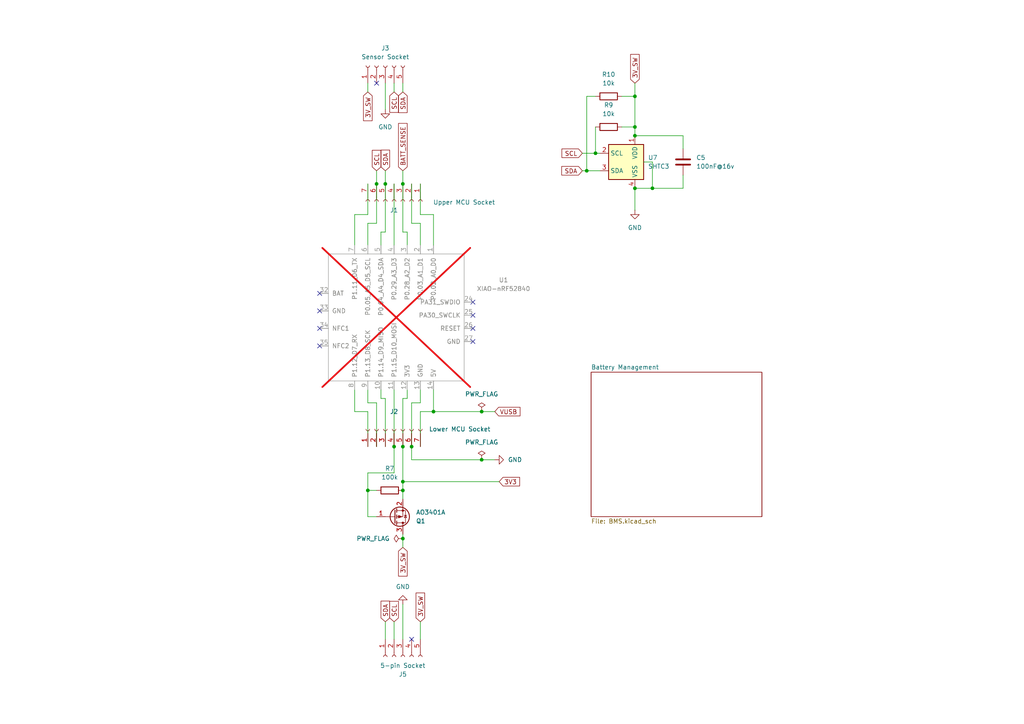
<source format=kicad_sch>
(kicad_sch
	(version 20250114)
	(generator "eeschema")
	(generator_version "9.0")
	(uuid "ae49055e-b3e4-4a61-b350-bee87e41b584")
	(paper "A4")
	(title_block
		(title "Plant Sensor Breakout Board")
		(rev "1.0")
		(company "FEATURE")
		(comment 1 "pls sub this took so long good lord")
	)
	(lib_symbols
		(symbol "smart_sensor_battery:C"
			(pin_numbers
				(hide yes)
			)
			(pin_names
				(offset 0.254)
			)
			(exclude_from_sim no)
			(in_bom yes)
			(on_board yes)
			(property "Reference" "C"
				(at 0.635 2.54 0)
				(effects
					(font
						(size 1.27 1.27)
					)
					(justify left)
				)
			)
			(property "Value" "C"
				(at 0.635 -2.54 0)
				(effects
					(font
						(size 1.27 1.27)
					)
					(justify left)
				)
			)
			(property "Footprint" ""
				(at 0.9652 -3.81 0)
				(effects
					(font
						(size 1.27 1.27)
					)
					(hide yes)
				)
			)
			(property "Datasheet" "~"
				(at 0 0 0)
				(effects
					(font
						(size 1.27 1.27)
					)
					(hide yes)
				)
			)
			(property "Description" "Unpolarized capacitor"
				(at 0 0 0)
				(effects
					(font
						(size 1.27 1.27)
					)
					(hide yes)
				)
			)
			(property "ki_keywords" "cap capacitor"
				(at 0 0 0)
				(effects
					(font
						(size 1.27 1.27)
					)
					(hide yes)
				)
			)
			(property "ki_fp_filters" "C_*"
				(at 0 0 0)
				(effects
					(font
						(size 1.27 1.27)
					)
					(hide yes)
				)
			)
			(symbol "C_0_1"
				(polyline
					(pts
						(xy -2.032 0.762) (xy 2.032 0.762)
					)
					(stroke
						(width 0.508)
						(type default)
					)
					(fill
						(type none)
					)
				)
				(polyline
					(pts
						(xy -2.032 -0.762) (xy 2.032 -0.762)
					)
					(stroke
						(width 0.508)
						(type default)
					)
					(fill
						(type none)
					)
				)
			)
			(symbol "C_1_1"
				(pin passive line
					(at 0 3.81 270)
					(length 2.794)
					(name "~"
						(effects
							(font
								(size 1.27 1.27)
							)
						)
					)
					(number "1"
						(effects
							(font
								(size 1.27 1.27)
							)
						)
					)
				)
				(pin passive line
					(at 0 -3.81 90)
					(length 2.794)
					(name "~"
						(effects
							(font
								(size 1.27 1.27)
							)
						)
					)
					(number "2"
						(effects
							(font
								(size 1.27 1.27)
							)
						)
					)
				)
			)
			(embedded_fonts no)
		)
		(symbol "smart_sensor_battery:Conn_01x05_Socket"
			(pin_names
				(offset 1.016)
				(hide yes)
			)
			(exclude_from_sim no)
			(in_bom yes)
			(on_board yes)
			(property "Reference" "J"
				(at 0 7.62 0)
				(effects
					(font
						(size 1.27 1.27)
					)
				)
			)
			(property "Value" "Conn_01x05_Socket"
				(at 0 -7.62 0)
				(effects
					(font
						(size 1.27 1.27)
					)
				)
			)
			(property "Footprint" ""
				(at 0 0 0)
				(effects
					(font
						(size 1.27 1.27)
					)
					(hide yes)
				)
			)
			(property "Datasheet" "~"
				(at 0 0 0)
				(effects
					(font
						(size 1.27 1.27)
					)
					(hide yes)
				)
			)
			(property "Description" "Generic connector, single row, 01x05, script generated"
				(at 0 0 0)
				(effects
					(font
						(size 1.27 1.27)
					)
					(hide yes)
				)
			)
			(property "ki_locked" ""
				(at 0 0 0)
				(effects
					(font
						(size 1.27 1.27)
					)
				)
			)
			(property "ki_keywords" "connector"
				(at 0 0 0)
				(effects
					(font
						(size 1.27 1.27)
					)
					(hide yes)
				)
			)
			(property "ki_fp_filters" "Connector*:*_1x??_*"
				(at 0 0 0)
				(effects
					(font
						(size 1.27 1.27)
					)
					(hide yes)
				)
			)
			(symbol "Conn_01x05_Socket_1_1"
				(polyline
					(pts
						(xy -1.27 5.08) (xy -0.508 5.08)
					)
					(stroke
						(width 0.1524)
						(type default)
					)
					(fill
						(type none)
					)
				)
				(polyline
					(pts
						(xy -1.27 2.54) (xy -0.508 2.54)
					)
					(stroke
						(width 0.1524)
						(type default)
					)
					(fill
						(type none)
					)
				)
				(polyline
					(pts
						(xy -1.27 0) (xy -0.508 0)
					)
					(stroke
						(width 0.1524)
						(type default)
					)
					(fill
						(type none)
					)
				)
				(polyline
					(pts
						(xy -1.27 -2.54) (xy -0.508 -2.54)
					)
					(stroke
						(width 0.1524)
						(type default)
					)
					(fill
						(type none)
					)
				)
				(polyline
					(pts
						(xy -1.27 -5.08) (xy -0.508 -5.08)
					)
					(stroke
						(width 0.1524)
						(type default)
					)
					(fill
						(type none)
					)
				)
				(arc
					(start 0 4.572)
					(mid -0.5058 5.08)
					(end 0 5.588)
					(stroke
						(width 0.1524)
						(type default)
					)
					(fill
						(type none)
					)
				)
				(arc
					(start 0 2.032)
					(mid -0.5058 2.54)
					(end 0 3.048)
					(stroke
						(width 0.1524)
						(type default)
					)
					(fill
						(type none)
					)
				)
				(arc
					(start 0 -0.508)
					(mid -0.5058 0)
					(end 0 0.508)
					(stroke
						(width 0.1524)
						(type default)
					)
					(fill
						(type none)
					)
				)
				(arc
					(start 0 -3.048)
					(mid -0.5058 -2.54)
					(end 0 -2.032)
					(stroke
						(width 0.1524)
						(type default)
					)
					(fill
						(type none)
					)
				)
				(arc
					(start 0 -5.588)
					(mid -0.5058 -5.08)
					(end 0 -4.572)
					(stroke
						(width 0.1524)
						(type default)
					)
					(fill
						(type none)
					)
				)
				(pin passive line
					(at -5.08 5.08 0)
					(length 3.81)
					(name "Pin_1"
						(effects
							(font
								(size 1.27 1.27)
							)
						)
					)
					(number "1"
						(effects
							(font
								(size 1.27 1.27)
							)
						)
					)
				)
				(pin passive line
					(at -5.08 2.54 0)
					(length 3.81)
					(name "Pin_2"
						(effects
							(font
								(size 1.27 1.27)
							)
						)
					)
					(number "2"
						(effects
							(font
								(size 1.27 1.27)
							)
						)
					)
				)
				(pin passive line
					(at -5.08 0 0)
					(length 3.81)
					(name "Pin_3"
						(effects
							(font
								(size 1.27 1.27)
							)
						)
					)
					(number "3"
						(effects
							(font
								(size 1.27 1.27)
							)
						)
					)
				)
				(pin passive line
					(at -5.08 -2.54 0)
					(length 3.81)
					(name "Pin_4"
						(effects
							(font
								(size 1.27 1.27)
							)
						)
					)
					(number "4"
						(effects
							(font
								(size 1.27 1.27)
							)
						)
					)
				)
				(pin passive line
					(at -5.08 -5.08 0)
					(length 3.81)
					(name "Pin_5"
						(effects
							(font
								(size 1.27 1.27)
							)
						)
					)
					(number "5"
						(effects
							(font
								(size 1.27 1.27)
							)
						)
					)
				)
			)
			(embedded_fonts no)
		)
		(symbol "smart_sensor_battery:Conn_01x07_Socket"
			(pin_names
				(offset 1.016)
				(hide yes)
			)
			(exclude_from_sim no)
			(in_bom yes)
			(on_board yes)
			(property "Reference" "J"
				(at 0 10.16 0)
				(effects
					(font
						(size 1.27 1.27)
					)
				)
			)
			(property "Value" "Conn_01x07_Socket"
				(at 0 -10.16 0)
				(effects
					(font
						(size 1.27 1.27)
					)
				)
			)
			(property "Footprint" ""
				(at 0 0 0)
				(effects
					(font
						(size 1.27 1.27)
					)
					(hide yes)
				)
			)
			(property "Datasheet" "~"
				(at 0 0 0)
				(effects
					(font
						(size 1.27 1.27)
					)
					(hide yes)
				)
			)
			(property "Description" "Generic connector, single row, 01x07, script generated"
				(at 0 0 0)
				(effects
					(font
						(size 1.27 1.27)
					)
					(hide yes)
				)
			)
			(property "ki_locked" ""
				(at 0 0 0)
				(effects
					(font
						(size 1.27 1.27)
					)
				)
			)
			(property "ki_keywords" "connector"
				(at 0 0 0)
				(effects
					(font
						(size 1.27 1.27)
					)
					(hide yes)
				)
			)
			(property "ki_fp_filters" "Connector*:*_1x??_*"
				(at 0 0 0)
				(effects
					(font
						(size 1.27 1.27)
					)
					(hide yes)
				)
			)
			(symbol "Conn_01x07_Socket_1_1"
				(polyline
					(pts
						(xy -1.27 7.62) (xy -0.508 7.62)
					)
					(stroke
						(width 0.1524)
						(type default)
					)
					(fill
						(type none)
					)
				)
				(polyline
					(pts
						(xy -1.27 5.08) (xy -0.508 5.08)
					)
					(stroke
						(width 0.1524)
						(type default)
					)
					(fill
						(type none)
					)
				)
				(polyline
					(pts
						(xy -1.27 2.54) (xy -0.508 2.54)
					)
					(stroke
						(width 0.1524)
						(type default)
					)
					(fill
						(type none)
					)
				)
				(polyline
					(pts
						(xy -1.27 0) (xy -0.508 0)
					)
					(stroke
						(width 0.1524)
						(type default)
					)
					(fill
						(type none)
					)
				)
				(polyline
					(pts
						(xy -1.27 -2.54) (xy -0.508 -2.54)
					)
					(stroke
						(width 0.1524)
						(type default)
					)
					(fill
						(type none)
					)
				)
				(polyline
					(pts
						(xy -1.27 -5.08) (xy -0.508 -5.08)
					)
					(stroke
						(width 0.1524)
						(type default)
					)
					(fill
						(type none)
					)
				)
				(polyline
					(pts
						(xy -1.27 -7.62) (xy -0.508 -7.62)
					)
					(stroke
						(width 0.1524)
						(type default)
					)
					(fill
						(type none)
					)
				)
				(arc
					(start 0 7.112)
					(mid -0.5058 7.62)
					(end 0 8.128)
					(stroke
						(width 0.1524)
						(type default)
					)
					(fill
						(type none)
					)
				)
				(arc
					(start 0 4.572)
					(mid -0.5058 5.08)
					(end 0 5.588)
					(stroke
						(width 0.1524)
						(type default)
					)
					(fill
						(type none)
					)
				)
				(arc
					(start 0 2.032)
					(mid -0.5058 2.54)
					(end 0 3.048)
					(stroke
						(width 0.1524)
						(type default)
					)
					(fill
						(type none)
					)
				)
				(arc
					(start 0 -0.508)
					(mid -0.5058 0)
					(end 0 0.508)
					(stroke
						(width 0.1524)
						(type default)
					)
					(fill
						(type none)
					)
				)
				(arc
					(start 0 -3.048)
					(mid -0.5058 -2.54)
					(end 0 -2.032)
					(stroke
						(width 0.1524)
						(type default)
					)
					(fill
						(type none)
					)
				)
				(arc
					(start 0 -5.588)
					(mid -0.5058 -5.08)
					(end 0 -4.572)
					(stroke
						(width 0.1524)
						(type default)
					)
					(fill
						(type none)
					)
				)
				(arc
					(start 0 -8.128)
					(mid -0.5058 -7.62)
					(end 0 -7.112)
					(stroke
						(width 0.1524)
						(type default)
					)
					(fill
						(type none)
					)
				)
				(pin passive line
					(at -5.08 7.62 0)
					(length 3.81)
					(name "Pin_1"
						(effects
							(font
								(size 1.27 1.27)
							)
						)
					)
					(number "1"
						(effects
							(font
								(size 1.27 1.27)
							)
						)
					)
				)
				(pin passive line
					(at -5.08 5.08 0)
					(length 3.81)
					(name "Pin_2"
						(effects
							(font
								(size 1.27 1.27)
							)
						)
					)
					(number "2"
						(effects
							(font
								(size 1.27 1.27)
							)
						)
					)
				)
				(pin passive line
					(at -5.08 2.54 0)
					(length 3.81)
					(name "Pin_3"
						(effects
							(font
								(size 1.27 1.27)
							)
						)
					)
					(number "3"
						(effects
							(font
								(size 1.27 1.27)
							)
						)
					)
				)
				(pin passive line
					(at -5.08 0 0)
					(length 3.81)
					(name "Pin_4"
						(effects
							(font
								(size 1.27 1.27)
							)
						)
					)
					(number "4"
						(effects
							(font
								(size 1.27 1.27)
							)
						)
					)
				)
				(pin passive line
					(at -5.08 -2.54 0)
					(length 3.81)
					(name "Pin_5"
						(effects
							(font
								(size 1.27 1.27)
							)
						)
					)
					(number "5"
						(effects
							(font
								(size 1.27 1.27)
							)
						)
					)
				)
				(pin passive line
					(at -5.08 -5.08 0)
					(length 3.81)
					(name "Pin_6"
						(effects
							(font
								(size 1.27 1.27)
							)
						)
					)
					(number "6"
						(effects
							(font
								(size 1.27 1.27)
							)
						)
					)
				)
				(pin passive line
					(at -5.08 -7.62 0)
					(length 3.81)
					(name "Pin_7"
						(effects
							(font
								(size 1.27 1.27)
							)
						)
					)
					(number "7"
						(effects
							(font
								(size 1.27 1.27)
							)
						)
					)
				)
			)
			(embedded_fonts no)
		)
		(symbol "smart_sensor_battery:GND"
			(power)
			(pin_numbers
				(hide yes)
			)
			(pin_names
				(offset 0)
				(hide yes)
			)
			(exclude_from_sim no)
			(in_bom yes)
			(on_board yes)
			(property "Reference" "#PWR"
				(at 0 -6.35 0)
				(effects
					(font
						(size 1.27 1.27)
					)
					(hide yes)
				)
			)
			(property "Value" "GND"
				(at 0 -3.81 0)
				(effects
					(font
						(size 1.27 1.27)
					)
				)
			)
			(property "Footprint" ""
				(at 0 0 0)
				(effects
					(font
						(size 1.27 1.27)
					)
					(hide yes)
				)
			)
			(property "Datasheet" ""
				(at 0 0 0)
				(effects
					(font
						(size 1.27 1.27)
					)
					(hide yes)
				)
			)
			(property "Description" "Power symbol creates a global label with name \"GND\" , ground"
				(at 0 0 0)
				(effects
					(font
						(size 1.27 1.27)
					)
					(hide yes)
				)
			)
			(property "ki_keywords" "global power"
				(at 0 0 0)
				(effects
					(font
						(size 1.27 1.27)
					)
					(hide yes)
				)
			)
			(symbol "GND_0_1"
				(polyline
					(pts
						(xy 0 0) (xy 0 -1.27) (xy 1.27 -1.27) (xy 0 -2.54) (xy -1.27 -1.27) (xy 0 -1.27)
					)
					(stroke
						(width 0)
						(type default)
					)
					(fill
						(type none)
					)
				)
			)
			(symbol "GND_1_1"
				(pin power_in line
					(at 0 0 270)
					(length 0)
					(name "~"
						(effects
							(font
								(size 1.27 1.27)
							)
						)
					)
					(number "1"
						(effects
							(font
								(size 1.27 1.27)
							)
						)
					)
				)
			)
			(embedded_fonts no)
		)
		(symbol "smart_sensor_battery:PWR_FLAG"
			(power)
			(pin_numbers
				(hide yes)
			)
			(pin_names
				(offset 0)
				(hide yes)
			)
			(exclude_from_sim no)
			(in_bom yes)
			(on_board yes)
			(property "Reference" "#FLG"
				(at 0 1.905 0)
				(effects
					(font
						(size 1.27 1.27)
					)
					(hide yes)
				)
			)
			(property "Value" "PWR_FLAG"
				(at 0 3.81 0)
				(effects
					(font
						(size 1.27 1.27)
					)
				)
			)
			(property "Footprint" ""
				(at 0 0 0)
				(effects
					(font
						(size 1.27 1.27)
					)
					(hide yes)
				)
			)
			(property "Datasheet" "~"
				(at 0 0 0)
				(effects
					(font
						(size 1.27 1.27)
					)
					(hide yes)
				)
			)
			(property "Description" "Special symbol for telling ERC where power comes from"
				(at 0 0 0)
				(effects
					(font
						(size 1.27 1.27)
					)
					(hide yes)
				)
			)
			(property "ki_keywords" "flag power"
				(at 0 0 0)
				(effects
					(font
						(size 1.27 1.27)
					)
					(hide yes)
				)
			)
			(symbol "PWR_FLAG_0_0"
				(pin power_out line
					(at 0 0 90)
					(length 0)
					(name "~"
						(effects
							(font
								(size 1.27 1.27)
							)
						)
					)
					(number "1"
						(effects
							(font
								(size 1.27 1.27)
							)
						)
					)
				)
			)
			(symbol "PWR_FLAG_0_1"
				(polyline
					(pts
						(xy 0 0) (xy 0 1.27) (xy -1.016 1.905) (xy 0 2.54) (xy 1.016 1.905) (xy 0 1.27)
					)
					(stroke
						(width 0)
						(type default)
					)
					(fill
						(type none)
					)
				)
			)
			(embedded_fonts no)
		)
		(symbol "smart_sensor_battery:Q_PMOS_GSD"
			(pin_names
				(offset 0)
				(hide yes)
			)
			(exclude_from_sim no)
			(in_bom yes)
			(on_board yes)
			(property "Reference" "Q"
				(at 5.08 1.905 0)
				(effects
					(font
						(size 1.27 1.27)
					)
					(justify left)
				)
			)
			(property "Value" "Q_PMOS_GSD"
				(at 5.08 0 0)
				(effects
					(font
						(size 1.27 1.27)
					)
					(justify left)
				)
			)
			(property "Footprint" ""
				(at 5.08 2.54 0)
				(effects
					(font
						(size 1.27 1.27)
					)
					(hide yes)
				)
			)
			(property "Datasheet" "~"
				(at 0 0 0)
				(effects
					(font
						(size 1.27 1.27)
					)
					(hide yes)
				)
			)
			(property "Description" "P-MOSFET transistor, gate/source/drain"
				(at 0 0 0)
				(effects
					(font
						(size 1.27 1.27)
					)
					(hide yes)
				)
			)
			(property "ki_keywords" "transistor PMOS P-MOS P-MOSFET"
				(at 0 0 0)
				(effects
					(font
						(size 1.27 1.27)
					)
					(hide yes)
				)
			)
			(symbol "Q_PMOS_GSD_0_1"
				(polyline
					(pts
						(xy 0.254 1.905) (xy 0.254 -1.905)
					)
					(stroke
						(width 0.254)
						(type default)
					)
					(fill
						(type none)
					)
				)
				(polyline
					(pts
						(xy 0.254 0) (xy -2.54 0)
					)
					(stroke
						(width 0)
						(type default)
					)
					(fill
						(type none)
					)
				)
				(polyline
					(pts
						(xy 0.762 2.286) (xy 0.762 1.27)
					)
					(stroke
						(width 0.254)
						(type default)
					)
					(fill
						(type none)
					)
				)
				(polyline
					(pts
						(xy 0.762 1.778) (xy 3.302 1.778) (xy 3.302 -1.778) (xy 0.762 -1.778)
					)
					(stroke
						(width 0)
						(type default)
					)
					(fill
						(type none)
					)
				)
				(polyline
					(pts
						(xy 0.762 0.508) (xy 0.762 -0.508)
					)
					(stroke
						(width 0.254)
						(type default)
					)
					(fill
						(type none)
					)
				)
				(polyline
					(pts
						(xy 0.762 -1.27) (xy 0.762 -2.286)
					)
					(stroke
						(width 0.254)
						(type default)
					)
					(fill
						(type none)
					)
				)
				(circle
					(center 1.651 0)
					(radius 2.794)
					(stroke
						(width 0.254)
						(type default)
					)
					(fill
						(type none)
					)
				)
				(polyline
					(pts
						(xy 2.286 0) (xy 1.27 0.381) (xy 1.27 -0.381) (xy 2.286 0)
					)
					(stroke
						(width 0)
						(type default)
					)
					(fill
						(type outline)
					)
				)
				(polyline
					(pts
						(xy 2.54 2.54) (xy 2.54 1.778)
					)
					(stroke
						(width 0)
						(type default)
					)
					(fill
						(type none)
					)
				)
				(circle
					(center 2.54 1.778)
					(radius 0.254)
					(stroke
						(width 0)
						(type default)
					)
					(fill
						(type outline)
					)
				)
				(circle
					(center 2.54 -1.778)
					(radius 0.254)
					(stroke
						(width 0)
						(type default)
					)
					(fill
						(type outline)
					)
				)
				(polyline
					(pts
						(xy 2.54 -2.54) (xy 2.54 0) (xy 0.762 0)
					)
					(stroke
						(width 0)
						(type default)
					)
					(fill
						(type none)
					)
				)
				(polyline
					(pts
						(xy 2.921 -0.381) (xy 3.683 -0.381)
					)
					(stroke
						(width 0)
						(type default)
					)
					(fill
						(type none)
					)
				)
				(polyline
					(pts
						(xy 3.302 -0.381) (xy 2.921 0.254) (xy 3.683 0.254) (xy 3.302 -0.381)
					)
					(stroke
						(width 0)
						(type default)
					)
					(fill
						(type none)
					)
				)
			)
			(symbol "Q_PMOS_GSD_1_1"
				(pin input line
					(at -5.08 0 0)
					(length 2.54)
					(name "G"
						(effects
							(font
								(size 1.27 1.27)
							)
						)
					)
					(number "1"
						(effects
							(font
								(size 1.27 1.27)
							)
						)
					)
				)
				(pin passive line
					(at 2.54 5.08 270)
					(length 2.54)
					(name "D"
						(effects
							(font
								(size 1.27 1.27)
							)
						)
					)
					(number "3"
						(effects
							(font
								(size 1.27 1.27)
							)
						)
					)
				)
				(pin passive line
					(at 2.54 -5.08 90)
					(length 2.54)
					(name "S"
						(effects
							(font
								(size 1.27 1.27)
							)
						)
					)
					(number "2"
						(effects
							(font
								(size 1.27 1.27)
							)
						)
					)
				)
			)
			(embedded_fonts no)
		)
		(symbol "smart_sensor_battery:R"
			(pin_numbers
				(hide yes)
			)
			(pin_names
				(offset 0)
			)
			(exclude_from_sim no)
			(in_bom yes)
			(on_board yes)
			(property "Reference" "R"
				(at 2.032 0 90)
				(effects
					(font
						(size 1.27 1.27)
					)
				)
			)
			(property "Value" "R"
				(at 0 0 90)
				(effects
					(font
						(size 1.27 1.27)
					)
				)
			)
			(property "Footprint" ""
				(at -1.778 0 90)
				(effects
					(font
						(size 1.27 1.27)
					)
					(hide yes)
				)
			)
			(property "Datasheet" "~"
				(at 0 0 0)
				(effects
					(font
						(size 1.27 1.27)
					)
					(hide yes)
				)
			)
			(property "Description" "Resistor"
				(at 0 0 0)
				(effects
					(font
						(size 1.27 1.27)
					)
					(hide yes)
				)
			)
			(property "ki_keywords" "R res resistor"
				(at 0 0 0)
				(effects
					(font
						(size 1.27 1.27)
					)
					(hide yes)
				)
			)
			(property "ki_fp_filters" "R_*"
				(at 0 0 0)
				(effects
					(font
						(size 1.27 1.27)
					)
					(hide yes)
				)
			)
			(symbol "R_0_1"
				(rectangle
					(start -1.016 -2.54)
					(end 1.016 2.54)
					(stroke
						(width 0.254)
						(type default)
					)
					(fill
						(type none)
					)
				)
			)
			(symbol "R_1_1"
				(pin passive line
					(at 0 3.81 270)
					(length 1.27)
					(name "~"
						(effects
							(font
								(size 1.27 1.27)
							)
						)
					)
					(number "1"
						(effects
							(font
								(size 1.27 1.27)
							)
						)
					)
				)
				(pin passive line
					(at 0 -3.81 90)
					(length 1.27)
					(name "~"
						(effects
							(font
								(size 1.27 1.27)
							)
						)
					)
					(number "2"
						(effects
							(font
								(size 1.27 1.27)
							)
						)
					)
				)
			)
			(embedded_fonts no)
		)
		(symbol "smart_sensor_battery:SHTC3"
			(exclude_from_sim no)
			(in_bom yes)
			(on_board yes)
			(property "Reference" "U"
				(at -3.81 6.35 0)
				(effects
					(font
						(size 1.27 1.27)
					)
				)
			)
			(property "Value" "SHTC3"
				(at -2.54 -6.35 0)
				(effects
					(font
						(size 1.27 1.27)
					)
				)
			)
			(property "Footprint" "Sensor_Humidity:Sensirion_DFN-4-1EP_2x2mm_P1mm_EP0.7x1.6mm"
				(at 5.08 -8.89 0)
				(effects
					(font
						(size 1.27 1.27)
					)
					(hide yes)
				)
			)
			(property "Datasheet" "https://www.sensirion.com/fileadmin/user_upload/customers/sensirion/Dokumente/0_Datasheets/Humidity/Sensirion_Humidity_Sensors_SHTC3_Datasheet.pdf"
				(at -7.62 11.43 0)
				(effects
					(font
						(size 1.27 1.27)
					)
					(hide yes)
				)
			)
			(property "Description" "Humidity and Temperature Sensor, ±2%RH, ±0.2°C, I2C, 1.62-3.6V, DFN-4"
				(at 0 0 0)
				(effects
					(font
						(size 1.27 1.27)
					)
					(hide yes)
				)
			)
			(property "ki_keywords" "Sensirion environment environmental measurement digital"
				(at 0 0 0)
				(effects
					(font
						(size 1.27 1.27)
					)
					(hide yes)
				)
			)
			(property "ki_fp_filters" "Sensirion*DFN*1EP*2x2mm*P1mm*EP0.7x1.6mm*"
				(at 0 0 0)
				(effects
					(font
						(size 1.27 1.27)
					)
					(hide yes)
				)
			)
			(symbol "SHTC3_1_1"
				(rectangle
					(start -5.08 5.08)
					(end 5.08 -5.08)
					(stroke
						(width 0.254)
						(type default)
					)
					(fill
						(type background)
					)
				)
				(pin input line
					(at -7.62 2.54 0)
					(length 2.54)
					(name "SCL"
						(effects
							(font
								(size 1.27 1.27)
							)
						)
					)
					(number "2"
						(effects
							(font
								(size 1.27 1.27)
							)
						)
					)
				)
				(pin bidirectional line
					(at -7.62 -2.54 0)
					(length 2.54)
					(name "SDA"
						(effects
							(font
								(size 1.27 1.27)
							)
						)
					)
					(number "3"
						(effects
							(font
								(size 1.27 1.27)
							)
						)
					)
				)
				(pin power_in line
					(at 2.54 7.62 270)
					(length 2.54)
					(name "VDD"
						(effects
							(font
								(size 1.27 1.27)
							)
						)
					)
					(number "1"
						(effects
							(font
								(size 1.27 1.27)
							)
						)
					)
				)
				(pin power_in line
					(at 2.54 -7.62 90)
					(length 2.54)
					(name "VSS"
						(effects
							(font
								(size 1.27 1.27)
							)
						)
					)
					(number "4"
						(effects
							(font
								(size 1.27 1.27)
							)
						)
					)
				)
				(pin power_in line
					(at 5.08 0 180)
					(length 2.54)
					(hide yes)
					(name "GND_(centre_pad)"
						(effects
							(font
								(size 1.27 1.27)
							)
						)
					)
					(number "5"
						(effects
							(font
								(size 1.27 1.27)
							)
						)
					)
				)
			)
			(embedded_fonts no)
		)
		(symbol "smart_sensor_battery:XIAO-nRF52840-SMD"
			(pin_names
				(offset 1.016)
			)
			(exclude_from_sim no)
			(in_bom yes)
			(on_board yes)
			(property "Reference" "U"
				(at -18.542 23.114 0)
				(effects
					(font
						(size 1.27 1.27)
					)
				)
			)
			(property "Value" "XIAO-nRF52840-SMD"
				(at -8.636 21.336 0)
				(effects
					(font
						(size 1.27 1.27)
					)
				)
			)
			(property "Footprint" ""
				(at -8.89 5.08 0)
				(effects
					(font
						(size 1.27 1.27)
					)
					(hide yes)
				)
			)
			(property "Datasheet" ""
				(at -8.89 5.08 0)
				(effects
					(font
						(size 1.27 1.27)
					)
					(hide yes)
				)
			)
			(property "Description" ""
				(at 0 0 0)
				(effects
					(font
						(size 1.27 1.27)
					)
					(hide yes)
				)
			)
			(symbol "XIAO-nRF52840-SMD_0_1"
				(rectangle
					(start -19.05 20.32)
					(end 17.78 -19.05)
					(stroke
						(width 0)
						(type default)
					)
					(fill
						(type none)
					)
				)
			)
			(symbol "XIAO-nRF52840-SMD_1_1"
				(pin passive line
					(at -21.59 11.43 0)
					(length 2.54)
					(name "P0.02_A0_D0"
						(effects
							(font
								(size 1.27 1.27)
							)
						)
					)
					(number "1"
						(effects
							(font
								(size 1.27 1.27)
							)
						)
					)
				)
				(pin passive line
					(at -21.59 7.62 0)
					(length 2.54)
					(name "P0.03_A1_D1"
						(effects
							(font
								(size 1.27 1.27)
							)
						)
					)
					(number "2"
						(effects
							(font
								(size 1.27 1.27)
							)
						)
					)
				)
				(pin passive line
					(at -21.59 3.81 0)
					(length 2.54)
					(name "P0.28_A2_D2"
						(effects
							(font
								(size 1.27 1.27)
							)
						)
					)
					(number "3"
						(effects
							(font
								(size 1.27 1.27)
							)
						)
					)
				)
				(pin passive line
					(at -21.59 0 0)
					(length 2.54)
					(name "P0.29_A3_D3"
						(effects
							(font
								(size 1.27 1.27)
							)
						)
					)
					(number "4"
						(effects
							(font
								(size 1.27 1.27)
							)
						)
					)
				)
				(pin passive line
					(at -21.59 -3.81 0)
					(length 2.54)
					(name "P0.04_A4_D4_SDA"
						(effects
							(font
								(size 1.27 1.27)
							)
						)
					)
					(number "5"
						(effects
							(font
								(size 1.27 1.27)
							)
						)
					)
				)
				(pin passive line
					(at -21.59 -7.62 0)
					(length 2.54)
					(name "P0.05_A5_D5_SCL"
						(effects
							(font
								(size 1.27 1.27)
							)
						)
					)
					(number "6"
						(effects
							(font
								(size 1.27 1.27)
							)
						)
					)
				)
				(pin passive line
					(at -21.59 -11.43 0)
					(length 2.54)
					(name "P1.11_D6_TX"
						(effects
							(font
								(size 1.27 1.27)
							)
						)
					)
					(number "7"
						(effects
							(font
								(size 1.27 1.27)
							)
						)
					)
				)
				(pin passive line
					(at -7.62 -21.59 90)
					(length 2.54)
					(name "BAT"
						(effects
							(font
								(size 1.27 1.27)
							)
						)
					)
					(number "32"
						(effects
							(font
								(size 1.27 1.27)
							)
						)
					)
				)
				(pin passive line
					(at -5.08 22.86 270)
					(length 2.54)
					(name "PA31_SWDIO"
						(effects
							(font
								(size 1.27 1.27)
							)
						)
					)
					(number "24"
						(effects
							(font
								(size 1.27 1.27)
							)
						)
					)
				)
				(pin passive line
					(at -2.54 -21.59 90)
					(length 2.54)
					(name "GND"
						(effects
							(font
								(size 1.27 1.27)
							)
						)
					)
					(number "33"
						(effects
							(font
								(size 1.27 1.27)
							)
						)
					)
				)
				(pin passive line
					(at -1.27 22.86 270)
					(length 2.54)
					(name "PA30_SWCLK"
						(effects
							(font
								(size 1.27 1.27)
							)
						)
					)
					(number "25"
						(effects
							(font
								(size 1.27 1.27)
							)
						)
					)
				)
				(pin passive line
					(at 2.54 22.86 270)
					(length 2.54)
					(name "RESET"
						(effects
							(font
								(size 1.27 1.27)
							)
						)
					)
					(number "26"
						(effects
							(font
								(size 1.27 1.27)
							)
						)
					)
				)
				(pin passive line
					(at 2.54 -21.59 90)
					(length 2.54)
					(name "NFC1"
						(effects
							(font
								(size 1.27 1.27)
							)
						)
					)
					(number "34"
						(effects
							(font
								(size 1.27 1.27)
							)
						)
					)
				)
				(pin passive line
					(at 6.35 22.86 270)
					(length 2.54)
					(name "GND"
						(effects
							(font
								(size 1.27 1.27)
							)
						)
					)
					(number "27"
						(effects
							(font
								(size 1.27 1.27)
							)
						)
					)
				)
				(pin passive line
					(at 7.62 -21.59 90)
					(length 2.54)
					(name "NFC2"
						(effects
							(font
								(size 1.27 1.27)
							)
						)
					)
					(number "35"
						(effects
							(font
								(size 1.27 1.27)
							)
						)
					)
				)
				(pin passive line
					(at 20.32 11.43 180)
					(length 2.54)
					(name "5V"
						(effects
							(font
								(size 1.27 1.27)
							)
						)
					)
					(number "14"
						(effects
							(font
								(size 1.27 1.27)
							)
						)
					)
				)
				(pin passive line
					(at 20.32 7.62 180)
					(length 2.54)
					(name "GND"
						(effects
							(font
								(size 1.27 1.27)
							)
						)
					)
					(number "13"
						(effects
							(font
								(size 1.27 1.27)
							)
						)
					)
				)
				(pin passive line
					(at 20.32 3.81 180)
					(length 2.54)
					(name "3V3"
						(effects
							(font
								(size 1.27 1.27)
							)
						)
					)
					(number "12"
						(effects
							(font
								(size 1.27 1.27)
							)
						)
					)
				)
				(pin passive line
					(at 20.32 0 180)
					(length 2.54)
					(name "P1.15_D10_MOSI"
						(effects
							(font
								(size 1.27 1.27)
							)
						)
					)
					(number "11"
						(effects
							(font
								(size 1.27 1.27)
							)
						)
					)
				)
				(pin passive line
					(at 20.32 -3.81 180)
					(length 2.54)
					(name "P1.14_D9_MISO"
						(effects
							(font
								(size 1.27 1.27)
							)
						)
					)
					(number "10"
						(effects
							(font
								(size 1.27 1.27)
							)
						)
					)
				)
				(pin passive line
					(at 20.32 -7.62 180)
					(length 2.54)
					(name "P1.13_D8_SCK"
						(effects
							(font
								(size 1.27 1.27)
							)
						)
					)
					(number "9"
						(effects
							(font
								(size 1.27 1.27)
							)
						)
					)
				)
				(pin passive line
					(at 20.32 -11.43 180)
					(length 2.54)
					(name "P1.12_D7_RX"
						(effects
							(font
								(size 1.27 1.27)
							)
						)
					)
					(number "8"
						(effects
							(font
								(size 1.27 1.27)
							)
						)
					)
				)
			)
			(embedded_fonts no)
		)
	)
	(junction
		(at 170.18 49.53)
		(diameter 0)
		(color 0 0 0 0)
		(uuid "0daab4da-7709-4599-b008-9a661cbf0665")
	)
	(junction
		(at 116.84 139.7)
		(diameter 0)
		(color 0 0 0 0)
		(uuid "1b71d81c-cbdc-48d0-ab44-095d8e2ef0a4")
	)
	(junction
		(at 111.76 53.34)
		(diameter 0)
		(color 0 0 0 0)
		(uuid "1bf13b4a-f924-411d-9bbf-fc08a0034fc8")
	)
	(junction
		(at 109.22 53.34)
		(diameter 0)
		(color 0 0 0 0)
		(uuid "1fe04081-a0d6-430f-9aa9-cf1b1fe996f7")
	)
	(junction
		(at 106.68 142.24)
		(diameter 0)
		(color 0 0 0 0)
		(uuid "2610fe86-feb6-41d2-b0ba-ab3c435c137a")
	)
	(junction
		(at 116.84 129.54)
		(diameter 0)
		(color 0 0 0 0)
		(uuid "26e4b68b-1246-4ec9-966e-329c5531359c")
	)
	(junction
		(at 114.3 129.54)
		(diameter 0)
		(color 0 0 0 0)
		(uuid "3118be89-6e3a-477f-90f1-0c4470736880")
	)
	(junction
		(at 184.15 39.37)
		(diameter 0)
		(color 0 0 0 0)
		(uuid "35e79a59-45a5-41c8-8c2c-95a9619779cb")
	)
	(junction
		(at 189.23 54.61)
		(diameter 0)
		(color 0 0 0 0)
		(uuid "3a4c9835-03af-477b-acb8-98a515ffa862")
	)
	(junction
		(at 139.7 133.35)
		(diameter 0)
		(color 0 0 0 0)
		(uuid "421dbc3c-a40f-4a94-85cf-c0640f4887b6")
	)
	(junction
		(at 184.15 36.83)
		(diameter 0)
		(color 0 0 0 0)
		(uuid "4d3f0edf-9daa-4b59-bc35-9ae9a8d121a8")
	)
	(junction
		(at 184.15 27.94)
		(diameter 0)
		(color 0 0 0 0)
		(uuid "5862fead-92b3-45c5-bdb6-3369d0c473b7")
	)
	(junction
		(at 139.7 119.38)
		(diameter 0)
		(color 0 0 0 0)
		(uuid "5fa748bd-e467-4062-9366-801577e062ba")
	)
	(junction
		(at 116.84 156.21)
		(diameter 0)
		(color 0 0 0 0)
		(uuid "83cc53be-0799-4dc3-ac28-cde2e66ad90f")
	)
	(junction
		(at 116.84 142.24)
		(diameter 0)
		(color 0 0 0 0)
		(uuid "97ebee7f-e666-4f61-82ae-092c512f1bdd")
	)
	(junction
		(at 184.15 54.61)
		(diameter 0)
		(color 0 0 0 0)
		(uuid "98d0d50f-2f6a-4f05-ac52-6be64f877704")
	)
	(junction
		(at 125.73 119.38)
		(diameter 0)
		(color 0 0 0 0)
		(uuid "b2afe8b8-1eb1-4a31-9ae4-0f661ecc60da")
	)
	(junction
		(at 116.84 53.34)
		(diameter 0)
		(color 0 0 0 0)
		(uuid "c9a03f8d-2974-484d-b49e-39eabb0e4ac2")
	)
	(junction
		(at 119.38 129.54)
		(diameter 0)
		(color 0 0 0 0)
		(uuid "cab6aad5-b76a-4154-b52e-5a923cd3a430")
	)
	(junction
		(at 172.72 44.45)
		(diameter 0)
		(color 0 0 0 0)
		(uuid "d38a0869-020e-48ea-8469-c52e75bc4b95")
	)
	(no_connect
		(at 92.71 90.17)
		(uuid "0669f54a-1e15-4cc1-bed6-799a342f6082")
	)
	(no_connect
		(at 109.22 24.13)
		(uuid "44a6d31a-351b-4356-9e16-b20c6819a11c")
	)
	(no_connect
		(at 92.71 85.09)
		(uuid "4f66ab7a-a47c-4590-a36e-72bac48c11e5")
	)
	(no_connect
		(at 137.16 91.44)
		(uuid "56051ca6-62ed-4a9d-92b1-e326e8a95b01")
	)
	(no_connect
		(at 92.71 100.33)
		(uuid "70f92b29-fff1-4b33-9df9-85be0780c9bb")
	)
	(no_connect
		(at 137.16 99.06)
		(uuid "8693eb35-ee97-4717-b732-47c72580f4b6")
	)
	(no_connect
		(at 137.16 95.25)
		(uuid "978931d6-5cdb-4ff1-a31d-6b46a674965c")
	)
	(no_connect
		(at 92.71 95.25)
		(uuid "dee7ec3a-8e82-4a0a-b5f7-41a0e15c02a6")
	)
	(no_connect
		(at 119.38 185.42)
		(uuid "e8c682ae-8be5-4c4d-a812-9e3a2ef84e6a")
	)
	(no_connect
		(at 137.16 87.63)
		(uuid "f25ac141-ce7a-4af3-9365-0513449fd275")
	)
	(wire
		(pts
			(xy 106.68 71.12) (xy 106.68 64.77)
		)
		(stroke
			(width 0)
			(type default)
		)
		(uuid "0256dd67-4883-4b47-b8d8-c9e5ebc26edc")
	)
	(wire
		(pts
			(xy 114.3 24.13) (xy 114.3 26.67)
		)
		(stroke
			(width 0)
			(type default)
		)
		(uuid "067996d4-fb33-4a7b-a5c9-2c5cbaa09bc0")
	)
	(wire
		(pts
			(xy 184.15 36.83) (xy 184.15 39.37)
		)
		(stroke
			(width 0)
			(type default)
		)
		(uuid "10d4b5d8-a258-46de-896d-5771281c920e")
	)
	(wire
		(pts
			(xy 121.92 119.38) (xy 121.92 129.54)
		)
		(stroke
			(width 0)
			(type default)
		)
		(uuid "1167272d-6c57-403e-93c7-9c5f0563d567")
	)
	(wire
		(pts
			(xy 119.38 129.54) (xy 119.38 133.35)
		)
		(stroke
			(width 0)
			(type default)
		)
		(uuid "11c87286-017c-412e-a61c-2c2c28be4e21")
	)
	(wire
		(pts
			(xy 111.76 115.57) (xy 111.76 129.54)
		)
		(stroke
			(width 0)
			(type default)
		)
		(uuid "1253df3b-4ae1-46ec-b7a2-f1101ceed7ea")
	)
	(wire
		(pts
			(xy 111.76 49.53) (xy 111.76 53.34)
		)
		(stroke
			(width 0)
			(type default)
		)
		(uuid "12bfe26b-82c0-4f65-ad07-b227a5d90dd1")
	)
	(wire
		(pts
			(xy 184.15 24.13) (xy 184.15 27.94)
		)
		(stroke
			(width 0)
			(type default)
		)
		(uuid "14d0c1b2-e372-433b-a6ef-f76188d0a6ac")
	)
	(wire
		(pts
			(xy 116.84 49.53) (xy 116.84 53.34)
		)
		(stroke
			(width 0)
			(type default)
		)
		(uuid "15168b4c-0290-4ec3-8ffb-a27b1307fd42")
	)
	(wire
		(pts
			(xy 119.38 53.34) (xy 119.38 64.77)
		)
		(stroke
			(width 0)
			(type default)
		)
		(uuid "16721c06-e3c8-4d68-8c60-b34215865127")
	)
	(wire
		(pts
			(xy 170.18 27.94) (xy 172.72 27.94)
		)
		(stroke
			(width 0)
			(type default)
		)
		(uuid "1728e007-e41d-480a-ba45-b895143f91b4")
	)
	(wire
		(pts
			(xy 116.84 67.31) (xy 118.11 67.31)
		)
		(stroke
			(width 0)
			(type default)
		)
		(uuid "1770cb63-9e17-4461-a9a6-5a0332713caf")
	)
	(wire
		(pts
			(xy 184.15 39.37) (xy 198.12 39.37)
		)
		(stroke
			(width 0)
			(type default)
		)
		(uuid "1819bd8c-6578-4fe2-bd92-d554596f2160")
	)
	(wire
		(pts
			(xy 118.11 71.12) (xy 118.11 67.31)
		)
		(stroke
			(width 0)
			(type default)
		)
		(uuid "1b0b3888-ec0b-4d8b-89f3-0ce1b8075b56")
	)
	(wire
		(pts
			(xy 198.12 50.8) (xy 198.12 54.61)
		)
		(stroke
			(width 0)
			(type default)
		)
		(uuid "1dbd461e-097d-42a1-be6c-cb483e89b57c")
	)
	(wire
		(pts
			(xy 109.22 116.84) (xy 109.22 129.54)
		)
		(stroke
			(width 0)
			(type default)
		)
		(uuid "1de12e0b-b7d5-4294-aa12-ccec9b6a9a02")
	)
	(wire
		(pts
			(xy 189.23 54.61) (xy 184.15 54.61)
		)
		(stroke
			(width 0)
			(type default)
		)
		(uuid "228decc7-9a0a-4cc5-90ef-1c8318078643")
	)
	(wire
		(pts
			(xy 106.68 142.24) (xy 109.22 142.24)
		)
		(stroke
			(width 0)
			(type default)
		)
		(uuid "25215f30-0796-4e07-82c1-d61c83e80557")
	)
	(wire
		(pts
			(xy 111.76 67.31) (xy 110.49 67.31)
		)
		(stroke
			(width 0)
			(type default)
		)
		(uuid "2bf48885-2ba4-4c0a-8c10-1cb6b074d637")
	)
	(wire
		(pts
			(xy 119.38 116.84) (xy 119.38 129.54)
		)
		(stroke
			(width 0)
			(type default)
		)
		(uuid "2ead79f4-2ade-441e-93a3-5225bef96f77")
	)
	(wire
		(pts
			(xy 110.49 71.12) (xy 110.49 67.31)
		)
		(stroke
			(width 0)
			(type default)
		)
		(uuid "34c3867b-5a3b-4912-a271-4e3c255d6d9e")
	)
	(wire
		(pts
			(xy 125.73 119.38) (xy 139.7 119.38)
		)
		(stroke
			(width 0)
			(type default)
		)
		(uuid "34ed4995-82fb-4fc3-b1d0-f46372ba1cc8")
	)
	(wire
		(pts
			(xy 106.68 113.03) (xy 106.68 116.84)
		)
		(stroke
			(width 0)
			(type default)
		)
		(uuid "3d72389b-27d6-4854-8192-3b3b53afee98")
	)
	(wire
		(pts
			(xy 119.38 133.35) (xy 139.7 133.35)
		)
		(stroke
			(width 0)
			(type default)
		)
		(uuid "4047e224-65d9-4036-befc-4a6c93e43200")
	)
	(wire
		(pts
			(xy 110.49 113.03) (xy 110.49 115.57)
		)
		(stroke
			(width 0)
			(type default)
		)
		(uuid "408e36f7-da62-472e-a67f-c8fe7f87ec00")
	)
	(wire
		(pts
			(xy 116.84 175.26) (xy 116.84 185.42)
		)
		(stroke
			(width 0)
			(type default)
		)
		(uuid "4593df2c-8e7d-4036-aee4-ff600f61c0e4")
	)
	(wire
		(pts
			(xy 106.68 119.38) (xy 106.68 129.54)
		)
		(stroke
			(width 0)
			(type default)
		)
		(uuid "4895969e-0786-4e4a-b130-49bc368b2ac5")
	)
	(wire
		(pts
			(xy 186.69 46.99) (xy 189.23 46.99)
		)
		(stroke
			(width 0)
			(type default)
		)
		(uuid "4a95f3b6-9fd6-4cd5-9dfd-3dd8dfa0ba83")
	)
	(wire
		(pts
			(xy 198.12 54.61) (xy 189.23 54.61)
		)
		(stroke
			(width 0)
			(type default)
		)
		(uuid "523b83a4-29cd-4380-ac70-96e3f6728294")
	)
	(wire
		(pts
			(xy 172.72 36.83) (xy 172.72 44.45)
		)
		(stroke
			(width 0)
			(type default)
		)
		(uuid "54187e3b-d13f-42e5-b0cb-c7ac03ddae17")
	)
	(wire
		(pts
			(xy 125.73 119.38) (xy 121.92 119.38)
		)
		(stroke
			(width 0)
			(type default)
		)
		(uuid "56e48a97-064c-49ed-81cf-28730a05d5a7")
	)
	(wire
		(pts
			(xy 116.84 139.7) (xy 116.84 142.24)
		)
		(stroke
			(width 0)
			(type default)
		)
		(uuid "5acfb23d-6f0c-4110-ba8a-392f0777398e")
	)
	(wire
		(pts
			(xy 184.15 27.94) (xy 184.15 36.83)
		)
		(stroke
			(width 0)
			(type default)
		)
		(uuid "5fa7c544-8e78-4632-94b0-d99f384e6d5f")
	)
	(wire
		(pts
			(xy 111.76 53.34) (xy 111.76 67.31)
		)
		(stroke
			(width 0)
			(type default)
		)
		(uuid "62651e73-2bff-4a2b-858d-99bf027b1dcf")
	)
	(wire
		(pts
			(xy 168.91 44.45) (xy 172.72 44.45)
		)
		(stroke
			(width 0)
			(type default)
		)
		(uuid "62f10bfe-e2bb-4550-8131-504594637d7a")
	)
	(wire
		(pts
			(xy 102.87 119.38) (xy 106.68 119.38)
		)
		(stroke
			(width 0)
			(type default)
		)
		(uuid "6bd65bb8-d014-4876-bfbf-c07973b09aff")
	)
	(wire
		(pts
			(xy 116.84 139.7) (xy 144.78 139.7)
		)
		(stroke
			(width 0)
			(type default)
		)
		(uuid "6ce67db7-582e-4bae-98b9-d70f9cf71ac4")
	)
	(wire
		(pts
			(xy 106.68 116.84) (xy 109.22 116.84)
		)
		(stroke
			(width 0)
			(type default)
		)
		(uuid "6f2d4345-2f1a-484a-882d-7c0bf0154842")
	)
	(wire
		(pts
			(xy 109.22 149.86) (xy 106.68 149.86)
		)
		(stroke
			(width 0)
			(type default)
		)
		(uuid "7abd52f8-458d-4063-b23a-25fa1ce9bfe9")
	)
	(wire
		(pts
			(xy 116.84 53.34) (xy 116.84 67.31)
		)
		(stroke
			(width 0)
			(type default)
		)
		(uuid "7e3b46d0-a664-4832-9089-3eb8e4fb7f8b")
	)
	(wire
		(pts
			(xy 106.68 142.24) (xy 106.68 149.86)
		)
		(stroke
			(width 0)
			(type default)
		)
		(uuid "7e9bf186-3263-4349-ba07-422da3776287")
	)
	(wire
		(pts
			(xy 121.92 64.77) (xy 119.38 64.77)
		)
		(stroke
			(width 0)
			(type default)
		)
		(uuid "8019fe48-c260-4d52-bc90-ff2c4d0f2913")
	)
	(wire
		(pts
			(xy 102.87 113.03) (xy 102.87 119.38)
		)
		(stroke
			(width 0)
			(type default)
		)
		(uuid "80346fa3-5df4-457e-9ae0-bb5e9cf047cf")
	)
	(wire
		(pts
			(xy 172.72 44.45) (xy 173.99 44.45)
		)
		(stroke
			(width 0)
			(type default)
		)
		(uuid "892d454c-9b87-45fe-a9a9-f635713db884")
	)
	(wire
		(pts
			(xy 121.92 113.03) (xy 121.92 116.84)
		)
		(stroke
			(width 0)
			(type default)
		)
		(uuid "8a0db8e7-2f6c-4cb3-9e88-1e7245a21cee")
	)
	(wire
		(pts
			(xy 121.92 53.34) (xy 121.92 62.23)
		)
		(stroke
			(width 0)
			(type default)
		)
		(uuid "8f60d343-a40b-45cc-b3f1-d8d06a8ba32f")
	)
	(wire
		(pts
			(xy 119.38 116.84) (xy 121.92 116.84)
		)
		(stroke
			(width 0)
			(type default)
		)
		(uuid "93faa089-5833-4357-bff3-c36047f5a9a9")
	)
	(wire
		(pts
			(xy 116.84 24.13) (xy 116.84 26.67)
		)
		(stroke
			(width 0)
			(type default)
		)
		(uuid "98ad6b49-7408-49b9-85bb-bc64bc2a5b34")
	)
	(wire
		(pts
			(xy 116.84 158.75) (xy 116.84 156.21)
		)
		(stroke
			(width 0)
			(type default)
		)
		(uuid "9c555763-5828-4ccf-b53a-3ce09837489f")
	)
	(wire
		(pts
			(xy 106.68 24.13) (xy 106.68 26.67)
		)
		(stroke
			(width 0)
			(type default)
		)
		(uuid "9dda7eba-444b-46ce-b036-8212d9efc85d")
	)
	(wire
		(pts
			(xy 114.3 113.03) (xy 114.3 129.54)
		)
		(stroke
			(width 0)
			(type default)
		)
		(uuid "9ee02073-800e-4fff-bb10-6ea6973d3b33")
	)
	(wire
		(pts
			(xy 102.87 62.23) (xy 106.68 62.23)
		)
		(stroke
			(width 0)
			(type default)
		)
		(uuid "a04169c7-0f74-4804-af04-b3c949efc8d0")
	)
	(wire
		(pts
			(xy 125.73 62.23) (xy 121.92 62.23)
		)
		(stroke
			(width 0)
			(type default)
		)
		(uuid "a186f540-8fce-4adb-8614-9521ac44c05a")
	)
	(wire
		(pts
			(xy 109.22 49.53) (xy 109.22 53.34)
		)
		(stroke
			(width 0)
			(type default)
		)
		(uuid "ac71824a-c70e-47d5-b1c9-048c146956dc")
	)
	(wire
		(pts
			(xy 106.68 137.16) (xy 114.3 137.16)
		)
		(stroke
			(width 0)
			(type default)
		)
		(uuid "af6511b8-72d9-4dfe-ad13-db66294c79a3")
	)
	(wire
		(pts
			(xy 114.3 53.34) (xy 114.3 71.12)
		)
		(stroke
			(width 0)
			(type default)
		)
		(uuid "b1e5a052-8c12-4a50-bb42-35dff5975282")
	)
	(wire
		(pts
			(xy 189.23 46.99) (xy 189.23 54.61)
		)
		(stroke
			(width 0)
			(type default)
		)
		(uuid "b22a872e-e349-46a9-a4b4-be084c930a81")
	)
	(wire
		(pts
			(xy 118.11 113.03) (xy 118.11 115.57)
		)
		(stroke
			(width 0)
			(type default)
		)
		(uuid "b264f3f8-02ba-43fb-9b7e-408a89c5c8ef")
	)
	(wire
		(pts
			(xy 170.18 49.53) (xy 170.18 27.94)
		)
		(stroke
			(width 0)
			(type default)
		)
		(uuid "b309e43f-ce74-44fc-b735-588631c18574")
	)
	(wire
		(pts
			(xy 125.73 71.12) (xy 125.73 62.23)
		)
		(stroke
			(width 0)
			(type default)
		)
		(uuid "b37ba874-dd8c-440d-bff5-36f11856ef91")
	)
	(wire
		(pts
			(xy 121.92 180.34) (xy 121.92 185.42)
		)
		(stroke
			(width 0)
			(type default)
		)
		(uuid "c3dcd41a-afd7-4bd8-9619-80be5955ba67")
	)
	(wire
		(pts
			(xy 180.34 27.94) (xy 184.15 27.94)
		)
		(stroke
			(width 0)
			(type default)
		)
		(uuid "c5fa8918-c89d-4bc2-8a6a-a6c1b623363a")
	)
	(wire
		(pts
			(xy 114.3 137.16) (xy 114.3 129.54)
		)
		(stroke
			(width 0)
			(type default)
		)
		(uuid "c65b8e16-d7c8-4658-964d-1e32c509efbd")
	)
	(wire
		(pts
			(xy 106.68 53.34) (xy 106.68 62.23)
		)
		(stroke
			(width 0)
			(type default)
		)
		(uuid "c8ba0c78-5168-4e7e-a600-4f0bd75e5fc3")
	)
	(wire
		(pts
			(xy 111.76 180.34) (xy 111.76 185.42)
		)
		(stroke
			(width 0)
			(type default)
		)
		(uuid "ca679d35-b256-4e16-a6e2-334494c9da89")
	)
	(wire
		(pts
			(xy 116.84 115.57) (xy 116.84 129.54)
		)
		(stroke
			(width 0)
			(type default)
		)
		(uuid "ca76c163-faeb-4d81-bdbe-4d1701999795")
	)
	(wire
		(pts
			(xy 116.84 156.21) (xy 116.84 154.94)
		)
		(stroke
			(width 0)
			(type default)
		)
		(uuid "cdf0f8fa-6063-4401-a204-10d0a22bb77c")
	)
	(wire
		(pts
			(xy 198.12 39.37) (xy 198.12 43.18)
		)
		(stroke
			(width 0)
			(type default)
		)
		(uuid "cfcda79b-8128-4f2c-8502-8f0292df5729")
	)
	(wire
		(pts
			(xy 180.34 36.83) (xy 184.15 36.83)
		)
		(stroke
			(width 0)
			(type default)
		)
		(uuid "d0e9d7ba-8cb9-4489-83de-0b28a67a0a4f")
	)
	(wire
		(pts
			(xy 116.84 115.57) (xy 118.11 115.57)
		)
		(stroke
			(width 0)
			(type default)
		)
		(uuid "d78e160b-9872-4ff8-9412-c93b0f43f4b3")
	)
	(wire
		(pts
			(xy 121.92 71.12) (xy 121.92 64.77)
		)
		(stroke
			(width 0)
			(type default)
		)
		(uuid "d7b16d8a-2977-4aef-a6f7-782b5e9926bd")
	)
	(wire
		(pts
			(xy 114.3 180.34) (xy 114.3 185.42)
		)
		(stroke
			(width 0)
			(type default)
		)
		(uuid "dad33e8f-191c-494a-b524-87af2e7c21e3")
	)
	(wire
		(pts
			(xy 125.73 113.03) (xy 125.73 119.38)
		)
		(stroke
			(width 0)
			(type default)
		)
		(uuid "e0e9490c-bd71-4dd0-8789-ad0e8c305dd5")
	)
	(wire
		(pts
			(xy 111.76 24.13) (xy 111.76 31.75)
		)
		(stroke
			(width 0)
			(type default)
		)
		(uuid "e3eacb36-2234-4609-92e8-d4199a159115")
	)
	(wire
		(pts
			(xy 106.68 137.16) (xy 106.68 142.24)
		)
		(stroke
			(width 0)
			(type default)
		)
		(uuid "e590ba0e-d73a-496e-b19b-8fdfa9c784cf")
	)
	(wire
		(pts
			(xy 170.18 49.53) (xy 173.99 49.53)
		)
		(stroke
			(width 0)
			(type default)
		)
		(uuid "e5b31144-6d1d-4611-95a4-f49393badc3b")
	)
	(wire
		(pts
			(xy 139.7 133.35) (xy 143.51 133.35)
		)
		(stroke
			(width 0)
			(type default)
		)
		(uuid "e6671545-15e8-4cc1-b35e-a45c8231b176")
	)
	(wire
		(pts
			(xy 110.49 115.57) (xy 111.76 115.57)
		)
		(stroke
			(width 0)
			(type default)
		)
		(uuid "e8d72a8b-afe4-4b6e-81d7-9ed64a5d7c98")
	)
	(wire
		(pts
			(xy 116.84 142.24) (xy 116.84 144.78)
		)
		(stroke
			(width 0)
			(type default)
		)
		(uuid "ed1ad8c6-4ef4-4559-a7f8-700db5067dc0")
	)
	(wire
		(pts
			(xy 102.87 71.12) (xy 102.87 62.23)
		)
		(stroke
			(width 0)
			(type default)
		)
		(uuid "f0e559a8-3d62-455e-924f-8291e5985044")
	)
	(wire
		(pts
			(xy 168.91 49.53) (xy 170.18 49.53)
		)
		(stroke
			(width 0)
			(type default)
		)
		(uuid "f5750ae4-cd85-489a-8b1a-bccd4f654cc9")
	)
	(wire
		(pts
			(xy 184.15 54.61) (xy 184.15 60.96)
		)
		(stroke
			(width 0)
			(type default)
		)
		(uuid "f63c7ca7-79bd-486c-b1e2-69d4cb91248d")
	)
	(wire
		(pts
			(xy 116.84 129.54) (xy 116.84 139.7)
		)
		(stroke
			(width 0)
			(type default)
		)
		(uuid "f6750643-365e-45c1-aa8f-11fb47cfb9fa")
	)
	(wire
		(pts
			(xy 106.68 64.77) (xy 109.22 64.77)
		)
		(stroke
			(width 0)
			(type default)
		)
		(uuid "f78e0392-600f-4a5e-9d5a-688b5f18eee8")
	)
	(wire
		(pts
			(xy 109.22 53.34) (xy 109.22 64.77)
		)
		(stroke
			(width 0)
			(type default)
		)
		(uuid "fab3d513-67ec-45e8-8769-0bf734901901")
	)
	(wire
		(pts
			(xy 139.7 119.38) (xy 143.51 119.38)
		)
		(stroke
			(width 0)
			(type default)
		)
		(uuid "fbdb8c4d-e61d-409d-9e37-2ca3210acaab")
	)
	(global_label "VUSB"
		(shape input)
		(at 143.51 119.38 0)
		(fields_autoplaced yes)
		(effects
			(font
				(size 1.27 1.27)
			)
			(justify left)
		)
		(uuid "03b13bfc-b5c9-476a-bdfb-ae25713dc232")
		(property "Intersheetrefs" "${INTERSHEET_REFS}"
			(at 151.3938 119.38 0)
			(effects
				(font
					(size 1.27 1.27)
				)
				(justify left)
				(hide yes)
			)
		)
	)
	(global_label "SDA"
		(shape input)
		(at 111.76 180.34 90)
		(fields_autoplaced yes)
		(effects
			(font
				(size 1.27 1.27)
			)
			(justify left)
		)
		(uuid "06f25e22-0bf4-4f80-a377-1495538c616a")
		(property "Intersheetrefs" "${INTERSHEET_REFS}"
			(at 111.76 173.7867 90)
			(effects
				(font
					(size 1.27 1.27)
				)
				(justify left)
				(hide yes)
			)
		)
	)
	(global_label "3V_SW"
		(shape input)
		(at 121.92 180.34 90)
		(effects
			(font
				(size 1.27 1.27)
			)
			(justify left)
		)
		(uuid "113302f8-1f28-4972-98a3-cbbfa79a7835")
		(property "Intersheetrefs" "${INTERSHEET_REFS}"
			(at 114.3 209.5718 90)
			(effects
				(font
					(size 1.27 1.27)
				)
				(justify left)
				(hide yes)
			)
		)
	)
	(global_label "3V_SW"
		(shape input)
		(at 106.68 26.67 270)
		(fields_autoplaced yes)
		(effects
			(font
				(size 1.27 1.27)
			)
			(justify right)
		)
		(uuid "1b711356-aa60-499c-b7e6-082c5b0bc348")
		(property "Intersheetrefs" "${INTERSHEET_REFS}"
			(at 106.68 35.5818 90)
			(effects
				(font
					(size 1.27 1.27)
				)
				(justify right)
				(hide yes)
			)
		)
	)
	(global_label "3V_SW"
		(shape input)
		(at 184.15 24.13 90)
		(fields_autoplaced yes)
		(effects
			(font
				(size 1.27 1.27)
			)
			(justify left)
		)
		(uuid "25480bd6-2a17-4861-9ebd-8b7721b37259")
		(property "Intersheetrefs" "${INTERSHEET_REFS}"
			(at 184.15 15.2182 90)
			(effects
				(font
					(size 1.27 1.27)
				)
				(justify left)
				(hide yes)
			)
		)
	)
	(global_label "SCL"
		(shape input)
		(at 114.3 26.67 270)
		(fields_autoplaced yes)
		(effects
			(font
				(size 1.27 1.27)
			)
			(justify right)
		)
		(uuid "40e7132c-2cda-4922-91fa-fea2d0cb02d7")
		(property "Intersheetrefs" "${INTERSHEET_REFS}"
			(at 114.3 33.1628 90)
			(effects
				(font
					(size 1.27 1.27)
				)
				(justify right)
				(hide yes)
			)
		)
	)
	(global_label "SCL"
		(shape input)
		(at 114.3 180.34 90)
		(fields_autoplaced yes)
		(effects
			(font
				(size 1.27 1.27)
			)
			(justify left)
		)
		(uuid "49c06ac6-35c1-4914-83f5-5cdf67861e66")
		(property "Intersheetrefs" "${INTERSHEET_REFS}"
			(at 114.3 173.8472 90)
			(effects
				(font
					(size 1.27 1.27)
				)
				(justify left)
				(hide yes)
			)
		)
	)
	(global_label "3V3"
		(shape input)
		(at 144.78 139.7 0)
		(fields_autoplaced yes)
		(effects
			(font
				(size 1.27 1.27)
			)
			(justify left)
		)
		(uuid "56a6fa6c-f530-40dc-88b4-fe59388903b4")
		(property "Intersheetrefs" "${INTERSHEET_REFS}"
			(at 151.2728 139.7 0)
			(effects
				(font
					(size 1.27 1.27)
				)
				(justify left)
				(hide yes)
			)
		)
	)
	(global_label "SCL"
		(shape input)
		(at 109.22 49.53 90)
		(fields_autoplaced yes)
		(effects
			(font
				(size 1.27 1.27)
			)
			(justify left)
		)
		(uuid "6053447c-cba6-4f3f-a2e2-a6979b499232")
		(property "Intersheetrefs" "${INTERSHEET_REFS}"
			(at 109.22 43.0372 90)
			(effects
				(font
					(size 1.27 1.27)
				)
				(justify left)
				(hide yes)
			)
		)
	)
	(global_label "3V_SW"
		(shape input)
		(at 116.84 158.75 270)
		(fields_autoplaced yes)
		(effects
			(font
				(size 1.27 1.27)
			)
			(justify right)
		)
		(uuid "6ede1561-978c-4903-a1f2-6e60fa4a8a12")
		(property "Intersheetrefs" "${INTERSHEET_REFS}"
			(at 116.84 167.6618 90)
			(effects
				(font
					(size 1.27 1.27)
				)
				(justify right)
				(hide yes)
			)
		)
	)
	(global_label "BATT_SENSE"
		(shape input)
		(at 116.84 49.53 90)
		(fields_autoplaced yes)
		(effects
			(font
				(size 1.27 1.27)
			)
			(justify left)
		)
		(uuid "9b14cec0-4a9b-4754-b07e-f8b39bda6082")
		(property "Intersheetrefs" "${INTERSHEET_REFS}"
			(at 116.84 35.2359 90)
			(effects
				(font
					(size 1.27 1.27)
				)
				(justify left)
				(hide yes)
			)
		)
	)
	(global_label "SDA"
		(shape input)
		(at 168.91 49.53 180)
		(fields_autoplaced yes)
		(effects
			(font
				(size 1.27 1.27)
			)
			(justify right)
		)
		(uuid "b5fed7d0-a641-4567-8f5f-7f963bc73179")
		(property "Intersheetrefs" "${INTERSHEET_REFS}"
			(at 162.3567 49.53 0)
			(effects
				(font
					(size 1.27 1.27)
				)
				(justify right)
				(hide yes)
			)
		)
	)
	(global_label "SDA"
		(shape input)
		(at 111.76 49.53 90)
		(fields_autoplaced yes)
		(effects
			(font
				(size 1.27 1.27)
			)
			(justify left)
		)
		(uuid "bbe3f83f-8543-428c-a4a5-1c61ca430c0f")
		(property "Intersheetrefs" "${INTERSHEET_REFS}"
			(at 111.76 42.9767 90)
			(effects
				(font
					(size 1.27 1.27)
				)
				(justify left)
				(hide yes)
			)
		)
	)
	(global_label "SDA"
		(shape input)
		(at 116.84 26.67 270)
		(fields_autoplaced yes)
		(effects
			(font
				(size 1.27 1.27)
			)
			(justify right)
		)
		(uuid "beba7b99-3240-4cd5-bc7c-d3300dca1c09")
		(property "Intersheetrefs" "${INTERSHEET_REFS}"
			(at 116.84 33.2233 90)
			(effects
				(font
					(size 1.27 1.27)
				)
				(justify right)
				(hide yes)
			)
		)
	)
	(global_label "SCL"
		(shape input)
		(at 168.91 44.45 180)
		(fields_autoplaced yes)
		(effects
			(font
				(size 1.27 1.27)
			)
			(justify right)
		)
		(uuid "d8af184f-4caa-40f4-8d50-e6cff2f7403a")
		(property "Intersheetrefs" "${INTERSHEET_REFS}"
			(at 162.4172 44.45 0)
			(effects
				(font
					(size 1.27 1.27)
				)
				(justify right)
				(hide yes)
			)
		)
	)
	(symbol
		(lib_id "smart_sensor_battery:GND")
		(at 116.84 175.26 180)
		(unit 1)
		(exclude_from_sim no)
		(in_bom yes)
		(on_board yes)
		(dnp no)
		(fields_autoplaced yes)
		(uuid "2a6b2fa1-5a8d-4747-8a5f-b9f175471572")
		(property "Reference" "#PWR02"
			(at 116.84 168.91 0)
			(effects
				(font
					(size 1.27 1.27)
				)
				(hide yes)
			)
		)
		(property "Value" "GND"
			(at 116.84 170.18 0)
			(effects
				(font
					(size 1.27 1.27)
				)
			)
		)
		(property "Footprint" ""
			(at 116.84 175.26 0)
			(effects
				(font
					(size 1.27 1.27)
				)
				(hide yes)
			)
		)
		(property "Datasheet" ""
			(at 116.84 175.26 0)
			(effects
				(font
					(size 1.27 1.27)
				)
				(hide yes)
			)
		)
		(property "Description" "Power symbol creates a global label with name \"GND\" , ground"
			(at 116.84 175.26 0)
			(effects
				(font
					(size 1.27 1.27)
				)
				(hide yes)
			)
		)
		(pin "1"
			(uuid "9b5ddaf7-0168-4b35-911c-5db40ff61f4a")
		)
		(instances
			(project "customPCB"
				(path "/ae49055e-b3e4-4a61-b350-bee87e41b584"
					(reference "#PWR02")
					(unit 1)
				)
			)
		)
	)
	(symbol
		(lib_id "smart_sensor_battery:PWR_FLAG")
		(at 116.84 156.21 90)
		(unit 1)
		(exclude_from_sim no)
		(in_bom yes)
		(on_board yes)
		(dnp no)
		(fields_autoplaced yes)
		(uuid "3b7bfd66-f14a-4347-b649-7b65290d43e1")
		(property "Reference" "#FLG05"
			(at 114.935 156.21 0)
			(effects
				(font
					(size 1.27 1.27)
				)
				(hide yes)
			)
		)
		(property "Value" "PWR_FLAG"
			(at 113.03 156.2099 90)
			(effects
				(font
					(size 1.27 1.27)
				)
				(justify left)
			)
		)
		(property "Footprint" ""
			(at 116.84 156.21 0)
			(effects
				(font
					(size 1.27 1.27)
				)
				(hide yes)
			)
		)
		(property "Datasheet" "~"
			(at 116.84 156.21 0)
			(effects
				(font
					(size 1.27 1.27)
				)
				(hide yes)
			)
		)
		(property "Description" "Special symbol for telling ERC where power comes from"
			(at 116.84 156.21 0)
			(effects
				(font
					(size 1.27 1.27)
				)
				(hide yes)
			)
		)
		(pin "1"
			(uuid "bfd99c81-0718-4b18-b1d4-abdc72561143")
		)
		(instances
			(project "customPCB"
				(path "/ae49055e-b3e4-4a61-b350-bee87e41b584"
					(reference "#FLG05")
					(unit 1)
				)
			)
		)
	)
	(symbol
		(lib_id "smart_sensor_battery:R")
		(at 113.03 142.24 90)
		(unit 1)
		(exclude_from_sim no)
		(in_bom yes)
		(on_board yes)
		(dnp no)
		(fields_autoplaced yes)
		(uuid "41d6c1aa-1161-4a4f-9584-638ee19c1422")
		(property "Reference" "R7"
			(at 113.03 135.89 90)
			(effects
				(font
					(size 1.27 1.27)
				)
			)
		)
		(property "Value" "100k"
			(at 113.03 138.43 90)
			(effects
				(font
					(size 1.27 1.27)
				)
			)
		)
		(property "Footprint" "Resistor_SMD:R_0402_1005Metric"
			(at 113.03 144.018 90)
			(effects
				(font
					(size 1.27 1.27)
				)
				(hide yes)
			)
		)
		(property "Datasheet" "~"
			(at 113.03 142.24 0)
			(effects
				(font
					(size 1.27 1.27)
				)
				(hide yes)
			)
		)
		(property "Description" "Resistor"
			(at 113.03 142.24 0)
			(effects
				(font
					(size 1.27 1.27)
				)
				(hide yes)
			)
		)
		(property "LCSC Part no." "C25530"
			(at 113.03 142.24 90)
			(effects
				(font
					(size 1.27 1.27)
				)
				(hide yes)
			)
		)
		(pin "2"
			(uuid "732acffb-3440-4b66-b625-0e64ce2840cd")
		)
		(pin "1"
			(uuid "e8dedc80-5754-44dc-9cc5-7120c50e8235")
		)
		(instances
			(project ""
				(path "/ae49055e-b3e4-4a61-b350-bee87e41b584"
					(reference "R7")
					(unit 1)
				)
			)
		)
	)
	(symbol
		(lib_id "smart_sensor_battery:Conn_01x05_Socket")
		(at 116.84 190.5 90)
		(mirror x)
		(unit 1)
		(exclude_from_sim no)
		(in_bom yes)
		(on_board yes)
		(dnp no)
		(fields_autoplaced yes)
		(uuid "5177d994-d81f-48de-93ce-d1830dcfa181")
		(property "Reference" "J5"
			(at 116.84 195.58 90)
			(effects
				(font
					(size 1.27 1.27)
				)
			)
		)
		(property "Value" "5-pin Socket"
			(at 116.84 193.04 90)
			(effects
				(font
					(size 1.27 1.27)
				)
			)
		)
		(property "Footprint" "Connector_PinSocket_2.54mm:PinSocket_1x05_P2.54mm_Vertical_SMD_Pin1Left"
			(at 116.84 190.5 0)
			(effects
				(font
					(size 1.27 1.27)
				)
				(hide yes)
			)
		)
		(property "Datasheet" "~"
			(at 116.84 190.5 0)
			(effects
				(font
					(size 1.27 1.27)
				)
				(hide yes)
			)
		)
		(property "Description" "Generic connector, single row, 01x05, script generated"
			(at 116.84 190.5 0)
			(effects
				(font
					(size 1.27 1.27)
				)
				(hide yes)
			)
		)
		(property "LCSC Part no." "C42379198"
			(at 116.84 190.5 90)
			(effects
				(font
					(size 1.27 1.27)
				)
				(hide yes)
			)
		)
		(pin "1"
			(uuid "8cac92c2-9165-4f1a-bb83-fd1a07b4afb1")
		)
		(pin "2"
			(uuid "3ffc6f78-be3a-4fe0-8055-83384ffe3260")
		)
		(pin "4"
			(uuid "05d0525c-6740-4627-b9bb-b93e320b4536")
		)
		(pin "3"
			(uuid "2133ee74-521c-4fb6-87f8-a9e5e34c286e")
		)
		(pin "5"
			(uuid "20c9c74b-4402-4be6-8890-01050daf4d34")
		)
		(instances
			(project ""
				(path "/ae49055e-b3e4-4a61-b350-bee87e41b584"
					(reference "J5")
					(unit 1)
				)
			)
		)
	)
	(symbol
		(lib_id "smart_sensor_battery:GND")
		(at 111.76 31.75 0)
		(unit 1)
		(exclude_from_sim no)
		(in_bom yes)
		(on_board yes)
		(dnp no)
		(fields_autoplaced yes)
		(uuid "6407d88b-4a3e-450c-8382-ab9235bc524b")
		(property "Reference" "#PWR04"
			(at 111.76 38.1 0)
			(effects
				(font
					(size 1.27 1.27)
				)
				(hide yes)
			)
		)
		(property "Value" "GND"
			(at 111.76 36.83 0)
			(effects
				(font
					(size 1.27 1.27)
				)
			)
		)
		(property "Footprint" ""
			(at 111.76 31.75 0)
			(effects
				(font
					(size 1.27 1.27)
				)
				(hide yes)
			)
		)
		(property "Datasheet" ""
			(at 111.76 31.75 0)
			(effects
				(font
					(size 1.27 1.27)
				)
				(hide yes)
			)
		)
		(property "Description" "Power symbol creates a global label with name \"GND\" , ground"
			(at 111.76 31.75 0)
			(effects
				(font
					(size 1.27 1.27)
				)
				(hide yes)
			)
		)
		(pin "1"
			(uuid "0b0a3624-a250-4904-bb27-c49952919e62")
		)
		(instances
			(project "customPCB"
				(path "/ae49055e-b3e4-4a61-b350-bee87e41b584"
					(reference "#PWR04")
					(unit 1)
				)
			)
		)
	)
	(symbol
		(lib_id "smart_sensor_battery:GND")
		(at 143.51 133.35 90)
		(unit 1)
		(exclude_from_sim no)
		(in_bom yes)
		(on_board yes)
		(dnp no)
		(uuid "68242f00-e250-4107-aef5-06ba169357f3")
		(property "Reference" "#PWR03"
			(at 149.86 133.35 0)
			(effects
				(font
					(size 1.27 1.27)
				)
				(hide yes)
			)
		)
		(property "Value" "GND"
			(at 147.32 133.3499 90)
			(effects
				(font
					(size 1.27 1.27)
				)
				(justify right)
			)
		)
		(property "Footprint" ""
			(at 143.51 133.35 0)
			(effects
				(font
					(size 1.27 1.27)
				)
				(hide yes)
			)
		)
		(property "Datasheet" ""
			(at 143.51 133.35 0)
			(effects
				(font
					(size 1.27 1.27)
				)
				(hide yes)
			)
		)
		(property "Description" "Power symbol creates a global label with name \"GND\" , ground"
			(at 143.51 133.35 0)
			(effects
				(font
					(size 1.27 1.27)
				)
				(hide yes)
			)
		)
		(pin "1"
			(uuid "3110d7b7-c466-42c4-a957-05a26c611e64")
		)
		(instances
			(project "customPCB"
				(path "/ae49055e-b3e4-4a61-b350-bee87e41b584"
					(reference "#PWR03")
					(unit 1)
				)
			)
		)
	)
	(symbol
		(lib_id "smart_sensor_battery:Conn_01x05_Socket")
		(at 111.76 19.05 90)
		(unit 1)
		(exclude_from_sim no)
		(in_bom yes)
		(on_board yes)
		(dnp no)
		(fields_autoplaced yes)
		(uuid "6ec515f6-857c-411c-90b0-91441670d338")
		(property "Reference" "J3"
			(at 111.76 13.97 90)
			(effects
				(font
					(size 1.27 1.27)
				)
			)
		)
		(property "Value" "Sensor Socket"
			(at 111.76 16.51 90)
			(effects
				(font
					(size 1.27 1.27)
				)
			)
		)
		(property "Footprint" "Connector_PinSocket_2.54mm:PinSocket_1x07_P2.54mm_Vertical_SMD_Pin1Right"
			(at 111.76 19.05 0)
			(effects
				(font
					(size 1.27 1.27)
				)
				(hide yes)
			)
		)
		(property "Datasheet" "~"
			(at 111.76 19.05 0)
			(effects
				(font
					(size 1.27 1.27)
				)
				(hide yes)
			)
		)
		(property "Description" "Generic connector, single row, 01x05, script generated"
			(at 111.76 19.05 0)
			(effects
				(font
					(size 1.27 1.27)
				)
				(hide yes)
			)
		)
		(property "LCSC Part no." "C42379199"
			(at 111.76 19.05 90)
			(effects
				(font
					(size 1.27 1.27)
				)
				(hide yes)
			)
		)
		(pin "3"
			(uuid "ef27079e-6724-4194-b2aa-4fd62ee82acb")
		)
		(pin "1"
			(uuid "daf78924-bf25-433d-af5e-69b8c3a12bff")
		)
		(pin "4"
			(uuid "a31b8e91-5bfa-472c-8304-f0a9b4e2f4e0")
		)
		(pin "2"
			(uuid "0507fb9f-2fff-4311-9b8c-1865293ef2ae")
		)
		(pin "5"
			(uuid "b277a512-e24f-475f-ac00-32b1111fc28d")
		)
		(instances
			(project ""
				(path "/ae49055e-b3e4-4a61-b350-bee87e41b584"
					(reference "J3")
					(unit 1)
				)
			)
		)
	)
	(symbol
		(lib_id "smart_sensor_battery:XIAO-nRF52840-SMD")
		(at 114.3 92.71 270)
		(unit 1)
		(exclude_from_sim no)
		(in_bom no)
		(on_board no)
		(dnp yes)
		(fields_autoplaced yes)
		(uuid "745ce254-b2ab-4fa7-8fc4-4587b0a371a7")
		(property "Reference" "U1"
			(at 146.05 81.2098 90)
			(effects
				(font
					(size 1.27 1.27)
				)
			)
		)
		(property "Value" "XIAO-nRF52840"
			(at 146.05 83.7498 90)
			(effects
				(font
					(size 1.27 1.27)
				)
			)
		)
		(property "Footprint" "Seeed nRF52840:XIAO-nRF52840-SMD"
			(at 119.38 83.82 0)
			(effects
				(font
					(size 1.27 1.27)
				)
				(hide yes)
			)
		)
		(property "Datasheet" ""
			(at 119.38 83.82 0)
			(effects
				(font
					(size 1.27 1.27)
				)
				(hide yes)
			)
		)
		(property "Description" ""
			(at 114.3 92.71 0)
			(effects
				(font
					(size 1.27 1.27)
				)
				(hide yes)
			)
		)
		(property "LCSC Part no." ""
			(at 114.3 92.71 90)
			(effects
				(font
					(size 1.27 1.27)
				)
				(hide yes)
			)
		)
		(pin "10"
			(uuid "a3594da2-394c-485d-a132-4edfadc402b2")
		)
		(pin "1"
			(uuid "0a0de224-2c76-4cc6-b2d8-ac4832984f7a")
		)
		(pin "26"
			(uuid "a73bbf0d-fba6-4314-bdc5-a440c14c9839")
		)
		(pin "34"
			(uuid "0893a0e7-8307-4365-8722-856236532fe9")
		)
		(pin "12"
			(uuid "1055028f-1219-49b0-9175-a5cec87a09b8")
		)
		(pin "6"
			(uuid "393ce0b5-f695-4fac-9175-839627f6b385")
		)
		(pin "27"
			(uuid "5a481140-07e1-4fda-ae5f-1d915e293b8b")
		)
		(pin "4"
			(uuid "0b043faa-2c5a-4160-800c-a5dca1231220")
		)
		(pin "32"
			(uuid "23d7a6bd-6f14-4fb5-a565-2380e7f711f2")
		)
		(pin "33"
			(uuid "54597c96-d0d0-4c8d-a9d0-ce2e9e43ab74")
		)
		(pin "35"
			(uuid "1e7a668e-0222-4917-96b1-7a616949bfb6")
		)
		(pin "5"
			(uuid "427e6159-5e4d-4fec-a122-6aa31ad50da5")
		)
		(pin "8"
			(uuid "4d841145-189a-45de-91c8-e8c3cc43058b")
		)
		(pin "7"
			(uuid "fe7cd704-4534-4686-9020-d6ffc620becf")
		)
		(pin "14"
			(uuid "27869e4d-f815-4e61-bcae-b99af206250f")
		)
		(pin "13"
			(uuid "a141c41c-23c3-4e48-b001-3da5c0458cd9")
		)
		(pin "3"
			(uuid "5bf197fd-e081-4393-bea8-19abcc123f49")
		)
		(pin "24"
			(uuid "60e82f7a-1167-40a0-8064-2c7fe2339f07")
		)
		(pin "2"
			(uuid "d7501040-3ab8-48fb-8e0f-bc3774be5ed0")
		)
		(pin "25"
			(uuid "ab466839-b41b-4d59-9769-94d18f0cc576")
		)
		(pin "9"
			(uuid "fc0454c3-ec5e-40e9-9490-c8e1ad01cd78")
		)
		(pin "11"
			(uuid "11653b49-28f6-4525-83d1-0602129556b5")
		)
		(instances
			(project ""
				(path "/ae49055e-b3e4-4a61-b350-bee87e41b584"
					(reference "U1")
					(unit 1)
				)
			)
		)
	)
	(symbol
		(lib_id "smart_sensor_battery:R")
		(at 176.53 36.83 90)
		(unit 1)
		(exclude_from_sim no)
		(in_bom yes)
		(on_board yes)
		(dnp no)
		(fields_autoplaced yes)
		(uuid "7469f561-045c-4c03-87df-0b8fc6303c8c")
		(property "Reference" "R9"
			(at 176.53 30.48 90)
			(effects
				(font
					(size 1.27 1.27)
				)
			)
		)
		(property "Value" "10k"
			(at 176.53 33.02 90)
			(effects
				(font
					(size 1.27 1.27)
				)
			)
		)
		(property "Footprint" "Resistor_SMD:R_0402_1005Metric"
			(at 176.53 38.608 90)
			(effects
				(font
					(size 1.27 1.27)
				)
				(hide yes)
			)
		)
		(property "Datasheet" "~"
			(at 176.53 36.83 0)
			(effects
				(font
					(size 1.27 1.27)
				)
				(hide yes)
			)
		)
		(property "Description" "Resistor"
			(at 176.53 36.83 0)
			(effects
				(font
					(size 1.27 1.27)
				)
				(hide yes)
			)
		)
		(property "LCSC Part no." "C25744"
			(at 176.53 36.83 90)
			(effects
				(font
					(size 1.27 1.27)
				)
				(hide yes)
			)
		)
		(pin "1"
			(uuid "6da5047e-5598-4311-a313-f2db16f0c667")
		)
		(pin "2"
			(uuid "697f9968-b200-4fdc-9507-b0126af14496")
		)
		(instances
			(project ""
				(path "/ae49055e-b3e4-4a61-b350-bee87e41b584"
					(reference "R9")
					(unit 1)
				)
			)
		)
	)
	(symbol
		(lib_id "smart_sensor_battery:Q_PMOS_GSD")
		(at 114.3 149.86 0)
		(mirror x)
		(unit 1)
		(exclude_from_sim no)
		(in_bom yes)
		(on_board yes)
		(dnp no)
		(uuid "82a8e13d-6533-4634-9c9d-036579a42804")
		(property "Reference" "Q1"
			(at 120.65 151.1301 0)
			(effects
				(font
					(size 1.27 1.27)
				)
				(justify left)
			)
		)
		(property "Value" "AO3401A"
			(at 120.65 148.5901 0)
			(effects
				(font
					(size 1.27 1.27)
				)
				(justify left)
			)
		)
		(property "Footprint" "Package_TO_SOT_SMD:SOT-23"
			(at 119.38 152.4 0)
			(effects
				(font
					(size 1.27 1.27)
				)
				(hide yes)
			)
		)
		(property "Datasheet" "https://jlcpcb.com/api/file/downloadByFileSystemAccessId/8553305450243108864"
			(at 114.3 149.86 0)
			(effects
				(font
					(size 1.27 1.27)
				)
				(hide yes)
			)
		)
		(property "Description" "P-MOSFET transistor, gate/source/drain"
			(at 114.3 149.86 0)
			(effects
				(font
					(size 1.27 1.27)
				)
				(hide yes)
			)
		)
		(property "LCSC Part no." "C15127"
			(at 114.3 149.86 0)
			(effects
				(font
					(size 1.27 1.27)
				)
				(hide yes)
			)
		)
		(pin "3"
			(uuid "ed6a47cf-6703-4618-815f-8111287878aa")
		)
		(pin "1"
			(uuid "d35ca58e-7f20-4989-bc62-d473132a79d8")
		)
		(pin "2"
			(uuid "f14f66d0-45d0-42ac-bfc1-897346a9b4fb")
		)
		(instances
			(project ""
				(path "/ae49055e-b3e4-4a61-b350-bee87e41b584"
					(reference "Q1")
					(unit 1)
				)
			)
		)
	)
	(symbol
		(lib_id "smart_sensor_battery:SHTC3")
		(at 181.61 46.99 0)
		(unit 1)
		(exclude_from_sim no)
		(in_bom yes)
		(on_board yes)
		(dnp no)
		(fields_autoplaced yes)
		(uuid "8bdf04e2-5465-4f32-8b9e-8331e0333c5e")
		(property "Reference" "U7"
			(at 187.96 45.7199 0)
			(effects
				(font
					(size 1.27 1.27)
				)
				(justify left)
			)
		)
		(property "Value" "SHTC3"
			(at 187.96 48.2599 0)
			(effects
				(font
					(size 1.27 1.27)
				)
				(justify left)
			)
		)
		(property "Footprint" "Sensor_Humidity:Sensirion_DFN-4-1EP_2x2mm_P1mm_EP0.7x1.6mm"
			(at 186.69 55.88 0)
			(effects
				(font
					(size 1.27 1.27)
				)
				(hide yes)
			)
		)
		(property "Datasheet" "https://www.sensirion.com/fileadmin/user_upload/customers/sensirion/Dokumente/0_Datasheets/Humidity/Sensirion_Humidity_Sensors_SHTC3_Datasheet.pdf"
			(at 173.99 35.56 0)
			(effects
				(font
					(size 1.27 1.27)
				)
				(hide yes)
			)
		)
		(property "Description" "Humidity and Temperature Sensor, ±2%RH, ±0.2°C, I2C, 1.62-3.6V, DFN-4"
			(at 181.61 46.99 0)
			(effects
				(font
					(size 1.27 1.27)
				)
				(hide yes)
			)
		)
		(pin "2"
			(uuid "1e711559-6ad7-42b3-a296-f40af16f390e")
		)
		(pin "3"
			(uuid "ff032be2-8327-4270-b0d4-01c0889f5fb3")
		)
		(pin "4"
			(uuid "703dcaab-4b33-4af3-97ea-fea26876f3a2")
		)
		(pin "5"
			(uuid "589649f7-18db-4c9b-bbaa-39d9a7128b6c")
		)
		(pin "1"
			(uuid "10274d29-c5b4-4383-ab6a-2b01f1bcf1ce")
		)
		(instances
			(project ""
				(path "/ae49055e-b3e4-4a61-b350-bee87e41b584"
					(reference "U7")
					(unit 1)
				)
			)
		)
	)
	(symbol
		(lib_id "smart_sensor_battery:C")
		(at 198.12 46.99 0)
		(unit 1)
		(exclude_from_sim no)
		(in_bom yes)
		(on_board yes)
		(dnp no)
		(fields_autoplaced yes)
		(uuid "a0e6eca4-c7fb-436f-b4e9-88ea6de43236")
		(property "Reference" "C5"
			(at 201.93 45.7199 0)
			(effects
				(font
					(size 1.27 1.27)
				)
				(justify left)
			)
		)
		(property "Value" "100nF@16v"
			(at 201.93 48.2599 0)
			(effects
				(font
					(size 1.27 1.27)
				)
				(justify left)
			)
		)
		(property "Footprint" "Capacitor_SMD:C_0402_1005Metric"
			(at 199.0852 50.8 0)
			(effects
				(font
					(size 1.27 1.27)
				)
				(hide yes)
			)
		)
		(property "Datasheet" "https://www.lcsc.com/datasheet/C1525.pdf"
			(at 198.12 46.99 0)
			(effects
				(font
					(size 1.27 1.27)
				)
				(hide yes)
			)
		)
		(property "Description" "Unpolarized capacitor"
			(at 198.12 46.99 0)
			(effects
				(font
					(size 1.27 1.27)
				)
				(hide yes)
			)
		)
		(property "LCSC Part no." "C1525"
			(at 198.12 46.99 0)
			(effects
				(font
					(size 1.27 1.27)
				)
				(hide yes)
			)
		)
		(pin "1"
			(uuid "34bb9ddc-9103-40b3-84a2-7466a30aa34a")
		)
		(pin "2"
			(uuid "196bccbd-7eda-4442-a19e-71f3adb22589")
		)
		(instances
			(project ""
				(path "/ae49055e-b3e4-4a61-b350-bee87e41b584"
					(reference "C5")
					(unit 1)
				)
			)
		)
	)
	(symbol
		(lib_id "smart_sensor_battery:Conn_01x07_Socket")
		(at 114.3 58.42 270)
		(unit 1)
		(exclude_from_sim no)
		(in_bom yes)
		(on_board yes)
		(dnp no)
		(uuid "acd52bee-7d2b-46ac-88c9-66762bf06349")
		(property "Reference" "J1"
			(at 114.3 60.96 90)
			(effects
				(font
					(size 1.27 1.27)
				)
			)
		)
		(property "Value" "Upper MCU Socket"
			(at 134.62 58.674 90)
			(effects
				(font
					(size 1.27 1.27)
				)
			)
		)
		(property "Footprint" "Connector_PinSocket_2.54mm:PinSocket_1x07_P2.54mm_Vertical_SMD_Pin1Left"
			(at 114.3 58.42 0)
			(effects
				(font
					(size 1.27 1.27)
				)
				(hide yes)
			)
		)
		(property "Datasheet" "~"
			(at 114.3 58.42 0)
			(effects
				(font
					(size 1.27 1.27)
				)
				(hide yes)
			)
		)
		(property "Description" "Generic connector, single row, 01x07, script generated"
			(at 114.3 58.42 0)
			(effects
				(font
					(size 1.27 1.27)
				)
				(hide yes)
			)
		)
		(property "LCSC Part no." "C42379199"
			(at 114.3 58.42 90)
			(effects
				(font
					(size 1.27 1.27)
				)
				(hide yes)
			)
		)
		(pin "1"
			(uuid "e6776edd-b036-414b-8e6b-6810115c3b99")
		)
		(pin "4"
			(uuid "a3c86923-19e2-4bff-b6aa-05291801b837")
		)
		(pin "5"
			(uuid "47d2c4c7-c612-4055-93be-c600b8cabb3d")
		)
		(pin "7"
			(uuid "827e1139-9984-42f3-919b-082b99222cca")
		)
		(pin "3"
			(uuid "361bfc5d-c1d8-441f-9da1-82bf926aa4ee")
		)
		(pin "6"
			(uuid "5196fdbb-ef35-4c10-bbd4-ebee6c173862")
		)
		(pin "2"
			(uuid "a983b277-9467-4d0b-8b27-aeb2a0e2e957")
		)
		(instances
			(project ""
				(path "/ae49055e-b3e4-4a61-b350-bee87e41b584"
					(reference "J1")
					(unit 1)
				)
			)
		)
	)
	(symbol
		(lib_id "smart_sensor_battery:Conn_01x07_Socket")
		(at 114.3 124.46 90)
		(unit 1)
		(exclude_from_sim no)
		(in_bom yes)
		(on_board yes)
		(dnp no)
		(uuid "cef3d874-0c9f-4277-8267-ae268c042125")
		(property "Reference" "J2"
			(at 114.3 119.38 90)
			(effects
				(font
					(size 1.27 1.27)
				)
			)
		)
		(property "Value" "Lower MCU Socket"
			(at 133.35 124.46 90)
			(effects
				(font
					(size 1.27 1.27)
				)
			)
		)
		(property "Footprint" "Connector_PinSocket_2.54mm:PinSocket_1x07_P2.54mm_Vertical_SMD_Pin1Right"
			(at 114.3 124.46 0)
			(effects
				(font
					(size 1.27 1.27)
				)
				(hide yes)
			)
		)
		(property "Datasheet" "~"
			(at 114.3 124.46 0)
			(effects
				(font
					(size 1.27 1.27)
				)
				(hide yes)
			)
		)
		(property "Description" "Generic connector, single row, 01x07, script generated"
			(at 114.3 124.46 0)
			(effects
				(font
					(size 1.27 1.27)
				)
				(hide yes)
			)
		)
		(property "LCSC Part no." "C42379199"
			(at 114.3 124.46 90)
			(effects
				(font
					(size 1.27 1.27)
				)
				(hide yes)
			)
		)
		(pin "4"
			(uuid "6cb9abe8-80a4-4ff6-adae-56ce6f4bbe18")
		)
		(pin "1"
			(uuid "b0b0465f-4bdd-4ed3-9fe8-644d83a460fe")
		)
		(pin "2"
			(uuid "9191aeb9-cb0d-4159-8744-42581b99dcff")
		)
		(pin "3"
			(uuid "00836ca6-2ead-4257-a504-e4619bfdb86e")
		)
		(pin "7"
			(uuid "b02b40a3-3b4d-40c1-b66e-98d47e5278d9")
		)
		(pin "6"
			(uuid "af8360ec-57ed-4cf4-8f59-c30ac09ba24e")
		)
		(pin "5"
			(uuid "f45dfea4-bff5-4be2-8bf6-6a16bcd30c11")
		)
		(instances
			(project ""
				(path "/ae49055e-b3e4-4a61-b350-bee87e41b584"
					(reference "J2")
					(unit 1)
				)
			)
		)
	)
	(symbol
		(lib_id "smart_sensor_battery:R")
		(at 176.53 27.94 90)
		(unit 1)
		(exclude_from_sim no)
		(in_bom yes)
		(on_board yes)
		(dnp no)
		(fields_autoplaced yes)
		(uuid "d4e08e76-b43b-4c15-9f27-018481acb665")
		(property "Reference" "R10"
			(at 176.53 21.59 90)
			(effects
				(font
					(size 1.27 1.27)
				)
			)
		)
		(property "Value" "10k"
			(at 176.53 24.13 90)
			(effects
				(font
					(size 1.27 1.27)
				)
			)
		)
		(property "Footprint" "Resistor_SMD:R_0402_1005Metric"
			(at 176.53 29.718 90)
			(effects
				(font
					(size 1.27 1.27)
				)
				(hide yes)
			)
		)
		(property "Datasheet" "~"
			(at 176.53 27.94 0)
			(effects
				(font
					(size 1.27 1.27)
				)
				(hide yes)
			)
		)
		(property "Description" "Resistor"
			(at 176.53 27.94 0)
			(effects
				(font
					(size 1.27 1.27)
				)
				(hide yes)
			)
		)
		(property "LCSC Part no." "C25744"
			(at 176.53 27.94 90)
			(effects
				(font
					(size 1.27 1.27)
				)
				(hide yes)
			)
		)
		(pin "1"
			(uuid "30a786e7-e410-4fd4-a624-d01ce7603453")
		)
		(pin "2"
			(uuid "95f7cdff-873c-489c-a0c1-b448daa2b650")
		)
		(instances
			(project "customPCB"
				(path "/ae49055e-b3e4-4a61-b350-bee87e41b584"
					(reference "R10")
					(unit 1)
				)
			)
		)
	)
	(symbol
		(lib_id "smart_sensor_battery:PWR_FLAG")
		(at 139.7 133.35 0)
		(unit 1)
		(exclude_from_sim no)
		(in_bom yes)
		(on_board yes)
		(dnp no)
		(fields_autoplaced yes)
		(uuid "e3dedf5a-aa7c-4895-8f36-ae9962d5a0bc")
		(property "Reference" "#FLG02"
			(at 139.7 131.445 0)
			(effects
				(font
					(size 1.27 1.27)
				)
				(hide yes)
			)
		)
		(property "Value" "PWR_FLAG"
			(at 139.7 128.27 0)
			(effects
				(font
					(size 1.27 1.27)
				)
			)
		)
		(property "Footprint" ""
			(at 139.7 133.35 0)
			(effects
				(font
					(size 1.27 1.27)
				)
				(hide yes)
			)
		)
		(property "Datasheet" "~"
			(at 139.7 133.35 0)
			(effects
				(font
					(size 1.27 1.27)
				)
				(hide yes)
			)
		)
		(property "Description" "Special symbol for telling ERC where power comes from"
			(at 139.7 133.35 0)
			(effects
				(font
					(size 1.27 1.27)
				)
				(hide yes)
			)
		)
		(pin "1"
			(uuid "1b77cbf0-acda-4c90-9365-6887c622b4f9")
		)
		(instances
			(project "customPCB"
				(path "/ae49055e-b3e4-4a61-b350-bee87e41b584"
					(reference "#FLG02")
					(unit 1)
				)
			)
		)
	)
	(symbol
		(lib_id "smart_sensor_battery:PWR_FLAG")
		(at 139.7 119.38 0)
		(unit 1)
		(exclude_from_sim no)
		(in_bom yes)
		(on_board yes)
		(dnp no)
		(fields_autoplaced yes)
		(uuid "f4fe0a1b-6a22-433c-afcb-52859fa1606c")
		(property "Reference" "#FLG01"
			(at 139.7 117.475 0)
			(effects
				(font
					(size 1.27 1.27)
				)
				(hide yes)
			)
		)
		(property "Value" "PWR_FLAG"
			(at 139.7 114.3 0)
			(effects
				(font
					(size 1.27 1.27)
				)
			)
		)
		(property "Footprint" ""
			(at 139.7 119.38 0)
			(effects
				(font
					(size 1.27 1.27)
				)
				(hide yes)
			)
		)
		(property "Datasheet" "~"
			(at 139.7 119.38 0)
			(effects
				(font
					(size 1.27 1.27)
				)
				(hide yes)
			)
		)
		(property "Description" "Special symbol for telling ERC where power comes from"
			(at 139.7 119.38 0)
			(effects
				(font
					(size 1.27 1.27)
				)
				(hide yes)
			)
		)
		(pin "1"
			(uuid "116ad14e-419c-42cc-9188-18ba9e2a33b6")
		)
		(instances
			(project ""
				(path "/ae49055e-b3e4-4a61-b350-bee87e41b584"
					(reference "#FLG01")
					(unit 1)
				)
			)
		)
	)
	(symbol
		(lib_id "smart_sensor_battery:GND")
		(at 184.15 60.96 0)
		(unit 1)
		(exclude_from_sim no)
		(in_bom yes)
		(on_board yes)
		(dnp no)
		(fields_autoplaced yes)
		(uuid "fb5a439b-b000-482b-800b-80317b5272f8")
		(property "Reference" "#PWR05"
			(at 184.15 67.31 0)
			(effects
				(font
					(size 1.27 1.27)
				)
				(hide yes)
			)
		)
		(property "Value" "GND"
			(at 184.15 66.04 0)
			(effects
				(font
					(size 1.27 1.27)
				)
			)
		)
		(property "Footprint" ""
			(at 184.15 60.96 0)
			(effects
				(font
					(size 1.27 1.27)
				)
				(hide yes)
			)
		)
		(property "Datasheet" ""
			(at 184.15 60.96 0)
			(effects
				(font
					(size 1.27 1.27)
				)
				(hide yes)
			)
		)
		(property "Description" "Power symbol creates a global label with name \"GND\" , ground"
			(at 184.15 60.96 0)
			(effects
				(font
					(size 1.27 1.27)
				)
				(hide yes)
			)
		)
		(pin "1"
			(uuid "af56544b-4f03-419c-8f75-87bf92ad7ae0")
		)
		(instances
			(project "customPCB"
				(path "/ae49055e-b3e4-4a61-b350-bee87e41b584"
					(reference "#PWR05")
					(unit 1)
				)
			)
		)
	)
	(sheet
		(at 171.45 107.95)
		(size 49.53 41.91)
		(exclude_from_sim no)
		(in_bom yes)
		(on_board yes)
		(dnp no)
		(fields_autoplaced yes)
		(stroke
			(width 0.1524)
			(type solid)
		)
		(fill
			(color 0 0 0 0.0000)
		)
		(uuid "24758572-d37c-42d6-94fe-14b510540e4f")
		(property "Sheetname" "Battery Management"
			(at 171.45 107.2384 0)
			(effects
				(font
					(size 1.27 1.27)
				)
				(justify left bottom)
			)
		)
		(property "Sheetfile" "BMS.kicad_sch"
			(at 171.45 150.4446 0)
			(effects
				(font
					(size 1.27 1.27)
				)
				(justify left top)
			)
		)
		(instances
			(project "smart_sensor_battery"
				(path "/ae49055e-b3e4-4a61-b350-bee87e41b584"
					(page "2")
				)
			)
		)
	)
	(sheet_instances
		(path "/"
			(page "1")
		)
	)
	(embedded_fonts no)
)

</source>
